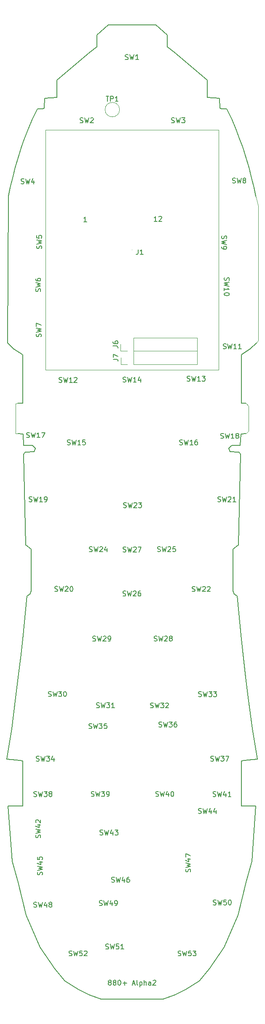
<source format=gbr>
%TF.GenerationSoftware,KiCad,Pcbnew,7.0.2*%
%TF.CreationDate,2024-05-06T14:06:20-04:00*%
%TF.ProjectId,800+,3830302b-2e6b-4696-9361-645f70636258,rev?*%
%TF.SameCoordinates,Original*%
%TF.FileFunction,Legend,Top*%
%TF.FilePolarity,Positive*%
%FSLAX46Y46*%
G04 Gerber Fmt 4.6, Leading zero omitted, Abs format (unit mm)*
G04 Created by KiCad (PCBNEW 7.0.2) date 2024-05-06 14:06:20*
%MOMM*%
%LPD*%
G01*
G04 APERTURE LIST*
%ADD10C,0.150000*%
%ADD11C,0.100000*%
%ADD12C,0.120000*%
%TA.AperFunction,Profile*%
%ADD13C,0.200000*%
%TD*%
%TA.AperFunction,Profile*%
%ADD14C,0.100000*%
%TD*%
G04 APERTURE END LIST*
D10*
X97060952Y-230156190D02*
X96965714Y-230108571D01*
X96965714Y-230108571D02*
X96918095Y-230060952D01*
X96918095Y-230060952D02*
X96870476Y-229965714D01*
X96870476Y-229965714D02*
X96870476Y-229918095D01*
X96870476Y-229918095D02*
X96918095Y-229822857D01*
X96918095Y-229822857D02*
X96965714Y-229775238D01*
X96965714Y-229775238D02*
X97060952Y-229727619D01*
X97060952Y-229727619D02*
X97251428Y-229727619D01*
X97251428Y-229727619D02*
X97346666Y-229775238D01*
X97346666Y-229775238D02*
X97394285Y-229822857D01*
X97394285Y-229822857D02*
X97441904Y-229918095D01*
X97441904Y-229918095D02*
X97441904Y-229965714D01*
X97441904Y-229965714D02*
X97394285Y-230060952D01*
X97394285Y-230060952D02*
X97346666Y-230108571D01*
X97346666Y-230108571D02*
X97251428Y-230156190D01*
X97251428Y-230156190D02*
X97060952Y-230156190D01*
X97060952Y-230156190D02*
X96965714Y-230203809D01*
X96965714Y-230203809D02*
X96918095Y-230251428D01*
X96918095Y-230251428D02*
X96870476Y-230346666D01*
X96870476Y-230346666D02*
X96870476Y-230537142D01*
X96870476Y-230537142D02*
X96918095Y-230632380D01*
X96918095Y-230632380D02*
X96965714Y-230680000D01*
X96965714Y-230680000D02*
X97060952Y-230727619D01*
X97060952Y-230727619D02*
X97251428Y-230727619D01*
X97251428Y-230727619D02*
X97346666Y-230680000D01*
X97346666Y-230680000D02*
X97394285Y-230632380D01*
X97394285Y-230632380D02*
X97441904Y-230537142D01*
X97441904Y-230537142D02*
X97441904Y-230346666D01*
X97441904Y-230346666D02*
X97394285Y-230251428D01*
X97394285Y-230251428D02*
X97346666Y-230203809D01*
X97346666Y-230203809D02*
X97251428Y-230156190D01*
X98013333Y-230156190D02*
X97918095Y-230108571D01*
X97918095Y-230108571D02*
X97870476Y-230060952D01*
X97870476Y-230060952D02*
X97822857Y-229965714D01*
X97822857Y-229965714D02*
X97822857Y-229918095D01*
X97822857Y-229918095D02*
X97870476Y-229822857D01*
X97870476Y-229822857D02*
X97918095Y-229775238D01*
X97918095Y-229775238D02*
X98013333Y-229727619D01*
X98013333Y-229727619D02*
X98203809Y-229727619D01*
X98203809Y-229727619D02*
X98299047Y-229775238D01*
X98299047Y-229775238D02*
X98346666Y-229822857D01*
X98346666Y-229822857D02*
X98394285Y-229918095D01*
X98394285Y-229918095D02*
X98394285Y-229965714D01*
X98394285Y-229965714D02*
X98346666Y-230060952D01*
X98346666Y-230060952D02*
X98299047Y-230108571D01*
X98299047Y-230108571D02*
X98203809Y-230156190D01*
X98203809Y-230156190D02*
X98013333Y-230156190D01*
X98013333Y-230156190D02*
X97918095Y-230203809D01*
X97918095Y-230203809D02*
X97870476Y-230251428D01*
X97870476Y-230251428D02*
X97822857Y-230346666D01*
X97822857Y-230346666D02*
X97822857Y-230537142D01*
X97822857Y-230537142D02*
X97870476Y-230632380D01*
X97870476Y-230632380D02*
X97918095Y-230680000D01*
X97918095Y-230680000D02*
X98013333Y-230727619D01*
X98013333Y-230727619D02*
X98203809Y-230727619D01*
X98203809Y-230727619D02*
X98299047Y-230680000D01*
X98299047Y-230680000D02*
X98346666Y-230632380D01*
X98346666Y-230632380D02*
X98394285Y-230537142D01*
X98394285Y-230537142D02*
X98394285Y-230346666D01*
X98394285Y-230346666D02*
X98346666Y-230251428D01*
X98346666Y-230251428D02*
X98299047Y-230203809D01*
X98299047Y-230203809D02*
X98203809Y-230156190D01*
X99013333Y-229727619D02*
X99108571Y-229727619D01*
X99108571Y-229727619D02*
X99203809Y-229775238D01*
X99203809Y-229775238D02*
X99251428Y-229822857D01*
X99251428Y-229822857D02*
X99299047Y-229918095D01*
X99299047Y-229918095D02*
X99346666Y-230108571D01*
X99346666Y-230108571D02*
X99346666Y-230346666D01*
X99346666Y-230346666D02*
X99299047Y-230537142D01*
X99299047Y-230537142D02*
X99251428Y-230632380D01*
X99251428Y-230632380D02*
X99203809Y-230680000D01*
X99203809Y-230680000D02*
X99108571Y-230727619D01*
X99108571Y-230727619D02*
X99013333Y-230727619D01*
X99013333Y-230727619D02*
X98918095Y-230680000D01*
X98918095Y-230680000D02*
X98870476Y-230632380D01*
X98870476Y-230632380D02*
X98822857Y-230537142D01*
X98822857Y-230537142D02*
X98775238Y-230346666D01*
X98775238Y-230346666D02*
X98775238Y-230108571D01*
X98775238Y-230108571D02*
X98822857Y-229918095D01*
X98822857Y-229918095D02*
X98870476Y-229822857D01*
X98870476Y-229822857D02*
X98918095Y-229775238D01*
X98918095Y-229775238D02*
X99013333Y-229727619D01*
X99775238Y-230346666D02*
X100537143Y-230346666D01*
X100156190Y-230727619D02*
X100156190Y-229965714D01*
X101727619Y-230441904D02*
X102203809Y-230441904D01*
X101632381Y-230727619D02*
X101965714Y-229727619D01*
X101965714Y-229727619D02*
X102299047Y-230727619D01*
X102775238Y-230727619D02*
X102680000Y-230680000D01*
X102680000Y-230680000D02*
X102632381Y-230584761D01*
X102632381Y-230584761D02*
X102632381Y-229727619D01*
X103156191Y-230060952D02*
X103156191Y-231060952D01*
X103156191Y-230108571D02*
X103251429Y-230060952D01*
X103251429Y-230060952D02*
X103441905Y-230060952D01*
X103441905Y-230060952D02*
X103537143Y-230108571D01*
X103537143Y-230108571D02*
X103584762Y-230156190D01*
X103584762Y-230156190D02*
X103632381Y-230251428D01*
X103632381Y-230251428D02*
X103632381Y-230537142D01*
X103632381Y-230537142D02*
X103584762Y-230632380D01*
X103584762Y-230632380D02*
X103537143Y-230680000D01*
X103537143Y-230680000D02*
X103441905Y-230727619D01*
X103441905Y-230727619D02*
X103251429Y-230727619D01*
X103251429Y-230727619D02*
X103156191Y-230680000D01*
X104060953Y-230727619D02*
X104060953Y-229727619D01*
X104489524Y-230727619D02*
X104489524Y-230203809D01*
X104489524Y-230203809D02*
X104441905Y-230108571D01*
X104441905Y-230108571D02*
X104346667Y-230060952D01*
X104346667Y-230060952D02*
X104203810Y-230060952D01*
X104203810Y-230060952D02*
X104108572Y-230108571D01*
X104108572Y-230108571D02*
X104060953Y-230156190D01*
X105394286Y-230727619D02*
X105394286Y-230203809D01*
X105394286Y-230203809D02*
X105346667Y-230108571D01*
X105346667Y-230108571D02*
X105251429Y-230060952D01*
X105251429Y-230060952D02*
X105060953Y-230060952D01*
X105060953Y-230060952D02*
X104965715Y-230108571D01*
X105394286Y-230680000D02*
X105299048Y-230727619D01*
X105299048Y-230727619D02*
X105060953Y-230727619D01*
X105060953Y-230727619D02*
X104965715Y-230680000D01*
X104965715Y-230680000D02*
X104918096Y-230584761D01*
X104918096Y-230584761D02*
X104918096Y-230489523D01*
X104918096Y-230489523D02*
X104965715Y-230394285D01*
X104965715Y-230394285D02*
X105060953Y-230346666D01*
X105060953Y-230346666D02*
X105299048Y-230346666D01*
X105299048Y-230346666D02*
X105394286Y-230299047D01*
X105822858Y-229822857D02*
X105870477Y-229775238D01*
X105870477Y-229775238D02*
X105965715Y-229727619D01*
X105965715Y-229727619D02*
X106203810Y-229727619D01*
X106203810Y-229727619D02*
X106299048Y-229775238D01*
X106299048Y-229775238D02*
X106346667Y-229822857D01*
X106346667Y-229822857D02*
X106394286Y-229918095D01*
X106394286Y-229918095D02*
X106394286Y-230013333D01*
X106394286Y-230013333D02*
X106346667Y-230156190D01*
X106346667Y-230156190D02*
X105775239Y-230727619D01*
X105775239Y-230727619D02*
X106394286Y-230727619D01*
%TO.C,J1*%
X102856666Y-83042619D02*
X102856666Y-83756904D01*
X102856666Y-83756904D02*
X102809047Y-83899761D01*
X102809047Y-83899761D02*
X102713809Y-83995000D01*
X102713809Y-83995000D02*
X102570952Y-84042619D01*
X102570952Y-84042619D02*
X102475714Y-84042619D01*
X103856666Y-84042619D02*
X103285238Y-84042619D01*
X103570952Y-84042619D02*
X103570952Y-83042619D01*
X103570952Y-83042619D02*
X103475714Y-83185476D01*
X103475714Y-83185476D02*
X103380476Y-83280714D01*
X103380476Y-83280714D02*
X103285238Y-83328333D01*
X92515714Y-77482619D02*
X91944286Y-77482619D01*
X92230000Y-77482619D02*
X92230000Y-76482619D01*
X92230000Y-76482619D02*
X92134762Y-76625476D01*
X92134762Y-76625476D02*
X92039524Y-76720714D01*
X92039524Y-76720714D02*
X91944286Y-76768333D01*
X106639523Y-77382619D02*
X106068095Y-77382619D01*
X106353809Y-77382619D02*
X106353809Y-76382619D01*
X106353809Y-76382619D02*
X106258571Y-76525476D01*
X106258571Y-76525476D02*
X106163333Y-76620714D01*
X106163333Y-76620714D02*
X106068095Y-76668333D01*
X107020476Y-76477857D02*
X107068095Y-76430238D01*
X107068095Y-76430238D02*
X107163333Y-76382619D01*
X107163333Y-76382619D02*
X107401428Y-76382619D01*
X107401428Y-76382619D02*
X107496666Y-76430238D01*
X107496666Y-76430238D02*
X107544285Y-76477857D01*
X107544285Y-76477857D02*
X107591904Y-76573095D01*
X107591904Y-76573095D02*
X107591904Y-76668333D01*
X107591904Y-76668333D02*
X107544285Y-76811190D01*
X107544285Y-76811190D02*
X106972857Y-77382619D01*
X106972857Y-77382619D02*
X107591904Y-77382619D01*
%TO.C,SW29*%
X93730476Y-161615000D02*
X93873333Y-161662619D01*
X93873333Y-161662619D02*
X94111428Y-161662619D01*
X94111428Y-161662619D02*
X94206666Y-161615000D01*
X94206666Y-161615000D02*
X94254285Y-161567380D01*
X94254285Y-161567380D02*
X94301904Y-161472142D01*
X94301904Y-161472142D02*
X94301904Y-161376904D01*
X94301904Y-161376904D02*
X94254285Y-161281666D01*
X94254285Y-161281666D02*
X94206666Y-161234047D01*
X94206666Y-161234047D02*
X94111428Y-161186428D01*
X94111428Y-161186428D02*
X93920952Y-161138809D01*
X93920952Y-161138809D02*
X93825714Y-161091190D01*
X93825714Y-161091190D02*
X93778095Y-161043571D01*
X93778095Y-161043571D02*
X93730476Y-160948333D01*
X93730476Y-160948333D02*
X93730476Y-160853095D01*
X93730476Y-160853095D02*
X93778095Y-160757857D01*
X93778095Y-160757857D02*
X93825714Y-160710238D01*
X93825714Y-160710238D02*
X93920952Y-160662619D01*
X93920952Y-160662619D02*
X94159047Y-160662619D01*
X94159047Y-160662619D02*
X94301904Y-160710238D01*
X94635238Y-160662619D02*
X94873333Y-161662619D01*
X94873333Y-161662619D02*
X95063809Y-160948333D01*
X95063809Y-160948333D02*
X95254285Y-161662619D01*
X95254285Y-161662619D02*
X95492381Y-160662619D01*
X95825714Y-160757857D02*
X95873333Y-160710238D01*
X95873333Y-160710238D02*
X95968571Y-160662619D01*
X95968571Y-160662619D02*
X96206666Y-160662619D01*
X96206666Y-160662619D02*
X96301904Y-160710238D01*
X96301904Y-160710238D02*
X96349523Y-160757857D01*
X96349523Y-160757857D02*
X96397142Y-160853095D01*
X96397142Y-160853095D02*
X96397142Y-160948333D01*
X96397142Y-160948333D02*
X96349523Y-161091190D01*
X96349523Y-161091190D02*
X95778095Y-161662619D01*
X95778095Y-161662619D02*
X96397142Y-161662619D01*
X96873333Y-161662619D02*
X97063809Y-161662619D01*
X97063809Y-161662619D02*
X97159047Y-161615000D01*
X97159047Y-161615000D02*
X97206666Y-161567380D01*
X97206666Y-161567380D02*
X97301904Y-161424523D01*
X97301904Y-161424523D02*
X97349523Y-161234047D01*
X97349523Y-161234047D02*
X97349523Y-160853095D01*
X97349523Y-160853095D02*
X97301904Y-160757857D01*
X97301904Y-160757857D02*
X97254285Y-160710238D01*
X97254285Y-160710238D02*
X97159047Y-160662619D01*
X97159047Y-160662619D02*
X96968571Y-160662619D01*
X96968571Y-160662619D02*
X96873333Y-160710238D01*
X96873333Y-160710238D02*
X96825714Y-160757857D01*
X96825714Y-160757857D02*
X96778095Y-160853095D01*
X96778095Y-160853095D02*
X96778095Y-161091190D01*
X96778095Y-161091190D02*
X96825714Y-161186428D01*
X96825714Y-161186428D02*
X96873333Y-161234047D01*
X96873333Y-161234047D02*
X96968571Y-161281666D01*
X96968571Y-161281666D02*
X97159047Y-161281666D01*
X97159047Y-161281666D02*
X97254285Y-161234047D01*
X97254285Y-161234047D02*
X97301904Y-161186428D01*
X97301904Y-161186428D02*
X97349523Y-161091190D01*
%TO.C,SW1*%
X100266667Y-44865000D02*
X100409524Y-44912619D01*
X100409524Y-44912619D02*
X100647619Y-44912619D01*
X100647619Y-44912619D02*
X100742857Y-44865000D01*
X100742857Y-44865000D02*
X100790476Y-44817380D01*
X100790476Y-44817380D02*
X100838095Y-44722142D01*
X100838095Y-44722142D02*
X100838095Y-44626904D01*
X100838095Y-44626904D02*
X100790476Y-44531666D01*
X100790476Y-44531666D02*
X100742857Y-44484047D01*
X100742857Y-44484047D02*
X100647619Y-44436428D01*
X100647619Y-44436428D02*
X100457143Y-44388809D01*
X100457143Y-44388809D02*
X100361905Y-44341190D01*
X100361905Y-44341190D02*
X100314286Y-44293571D01*
X100314286Y-44293571D02*
X100266667Y-44198333D01*
X100266667Y-44198333D02*
X100266667Y-44103095D01*
X100266667Y-44103095D02*
X100314286Y-44007857D01*
X100314286Y-44007857D02*
X100361905Y-43960238D01*
X100361905Y-43960238D02*
X100457143Y-43912619D01*
X100457143Y-43912619D02*
X100695238Y-43912619D01*
X100695238Y-43912619D02*
X100838095Y-43960238D01*
X101171429Y-43912619D02*
X101409524Y-44912619D01*
X101409524Y-44912619D02*
X101600000Y-44198333D01*
X101600000Y-44198333D02*
X101790476Y-44912619D01*
X101790476Y-44912619D02*
X102028572Y-43912619D01*
X102933333Y-44912619D02*
X102361905Y-44912619D01*
X102647619Y-44912619D02*
X102647619Y-43912619D01*
X102647619Y-43912619D02*
X102552381Y-44055476D01*
X102552381Y-44055476D02*
X102457143Y-44150714D01*
X102457143Y-44150714D02*
X102361905Y-44198333D01*
%TO.C,SW7*%
X83325000Y-100553332D02*
X83372619Y-100410475D01*
X83372619Y-100410475D02*
X83372619Y-100172380D01*
X83372619Y-100172380D02*
X83325000Y-100077142D01*
X83325000Y-100077142D02*
X83277380Y-100029523D01*
X83277380Y-100029523D02*
X83182142Y-99981904D01*
X83182142Y-99981904D02*
X83086904Y-99981904D01*
X83086904Y-99981904D02*
X82991666Y-100029523D01*
X82991666Y-100029523D02*
X82944047Y-100077142D01*
X82944047Y-100077142D02*
X82896428Y-100172380D01*
X82896428Y-100172380D02*
X82848809Y-100362856D01*
X82848809Y-100362856D02*
X82801190Y-100458094D01*
X82801190Y-100458094D02*
X82753571Y-100505713D01*
X82753571Y-100505713D02*
X82658333Y-100553332D01*
X82658333Y-100553332D02*
X82563095Y-100553332D01*
X82563095Y-100553332D02*
X82467857Y-100505713D01*
X82467857Y-100505713D02*
X82420238Y-100458094D01*
X82420238Y-100458094D02*
X82372619Y-100362856D01*
X82372619Y-100362856D02*
X82372619Y-100124761D01*
X82372619Y-100124761D02*
X82420238Y-99981904D01*
X82372619Y-99648570D02*
X83372619Y-99410475D01*
X83372619Y-99410475D02*
X82658333Y-99219999D01*
X82658333Y-99219999D02*
X83372619Y-99029523D01*
X83372619Y-99029523D02*
X82372619Y-98791428D01*
X82372619Y-98505713D02*
X82372619Y-97839047D01*
X82372619Y-97839047D02*
X83372619Y-98267618D01*
%TO.C,SW26*%
X99780476Y-152565000D02*
X99923333Y-152612619D01*
X99923333Y-152612619D02*
X100161428Y-152612619D01*
X100161428Y-152612619D02*
X100256666Y-152565000D01*
X100256666Y-152565000D02*
X100304285Y-152517380D01*
X100304285Y-152517380D02*
X100351904Y-152422142D01*
X100351904Y-152422142D02*
X100351904Y-152326904D01*
X100351904Y-152326904D02*
X100304285Y-152231666D01*
X100304285Y-152231666D02*
X100256666Y-152184047D01*
X100256666Y-152184047D02*
X100161428Y-152136428D01*
X100161428Y-152136428D02*
X99970952Y-152088809D01*
X99970952Y-152088809D02*
X99875714Y-152041190D01*
X99875714Y-152041190D02*
X99828095Y-151993571D01*
X99828095Y-151993571D02*
X99780476Y-151898333D01*
X99780476Y-151898333D02*
X99780476Y-151803095D01*
X99780476Y-151803095D02*
X99828095Y-151707857D01*
X99828095Y-151707857D02*
X99875714Y-151660238D01*
X99875714Y-151660238D02*
X99970952Y-151612619D01*
X99970952Y-151612619D02*
X100209047Y-151612619D01*
X100209047Y-151612619D02*
X100351904Y-151660238D01*
X100685238Y-151612619D02*
X100923333Y-152612619D01*
X100923333Y-152612619D02*
X101113809Y-151898333D01*
X101113809Y-151898333D02*
X101304285Y-152612619D01*
X101304285Y-152612619D02*
X101542381Y-151612619D01*
X101875714Y-151707857D02*
X101923333Y-151660238D01*
X101923333Y-151660238D02*
X102018571Y-151612619D01*
X102018571Y-151612619D02*
X102256666Y-151612619D01*
X102256666Y-151612619D02*
X102351904Y-151660238D01*
X102351904Y-151660238D02*
X102399523Y-151707857D01*
X102399523Y-151707857D02*
X102447142Y-151803095D01*
X102447142Y-151803095D02*
X102447142Y-151898333D01*
X102447142Y-151898333D02*
X102399523Y-152041190D01*
X102399523Y-152041190D02*
X101828095Y-152612619D01*
X101828095Y-152612619D02*
X102447142Y-152612619D01*
X103304285Y-151612619D02*
X103113809Y-151612619D01*
X103113809Y-151612619D02*
X103018571Y-151660238D01*
X103018571Y-151660238D02*
X102970952Y-151707857D01*
X102970952Y-151707857D02*
X102875714Y-151850714D01*
X102875714Y-151850714D02*
X102828095Y-152041190D01*
X102828095Y-152041190D02*
X102828095Y-152422142D01*
X102828095Y-152422142D02*
X102875714Y-152517380D01*
X102875714Y-152517380D02*
X102923333Y-152565000D01*
X102923333Y-152565000D02*
X103018571Y-152612619D01*
X103018571Y-152612619D02*
X103209047Y-152612619D01*
X103209047Y-152612619D02*
X103304285Y-152565000D01*
X103304285Y-152565000D02*
X103351904Y-152517380D01*
X103351904Y-152517380D02*
X103399523Y-152422142D01*
X103399523Y-152422142D02*
X103399523Y-152184047D01*
X103399523Y-152184047D02*
X103351904Y-152088809D01*
X103351904Y-152088809D02*
X103304285Y-152041190D01*
X103304285Y-152041190D02*
X103209047Y-151993571D01*
X103209047Y-151993571D02*
X103018571Y-151993571D01*
X103018571Y-151993571D02*
X102923333Y-152041190D01*
X102923333Y-152041190D02*
X102875714Y-152088809D01*
X102875714Y-152088809D02*
X102828095Y-152184047D01*
%TO.C,SW17*%
X80440476Y-120755000D02*
X80583333Y-120802619D01*
X80583333Y-120802619D02*
X80821428Y-120802619D01*
X80821428Y-120802619D02*
X80916666Y-120755000D01*
X80916666Y-120755000D02*
X80964285Y-120707380D01*
X80964285Y-120707380D02*
X81011904Y-120612142D01*
X81011904Y-120612142D02*
X81011904Y-120516904D01*
X81011904Y-120516904D02*
X80964285Y-120421666D01*
X80964285Y-120421666D02*
X80916666Y-120374047D01*
X80916666Y-120374047D02*
X80821428Y-120326428D01*
X80821428Y-120326428D02*
X80630952Y-120278809D01*
X80630952Y-120278809D02*
X80535714Y-120231190D01*
X80535714Y-120231190D02*
X80488095Y-120183571D01*
X80488095Y-120183571D02*
X80440476Y-120088333D01*
X80440476Y-120088333D02*
X80440476Y-119993095D01*
X80440476Y-119993095D02*
X80488095Y-119897857D01*
X80488095Y-119897857D02*
X80535714Y-119850238D01*
X80535714Y-119850238D02*
X80630952Y-119802619D01*
X80630952Y-119802619D02*
X80869047Y-119802619D01*
X80869047Y-119802619D02*
X81011904Y-119850238D01*
X81345238Y-119802619D02*
X81583333Y-120802619D01*
X81583333Y-120802619D02*
X81773809Y-120088333D01*
X81773809Y-120088333D02*
X81964285Y-120802619D01*
X81964285Y-120802619D02*
X82202381Y-119802619D01*
X83107142Y-120802619D02*
X82535714Y-120802619D01*
X82821428Y-120802619D02*
X82821428Y-119802619D01*
X82821428Y-119802619D02*
X82726190Y-119945476D01*
X82726190Y-119945476D02*
X82630952Y-120040714D01*
X82630952Y-120040714D02*
X82535714Y-120088333D01*
X83440476Y-119802619D02*
X84107142Y-119802619D01*
X84107142Y-119802619D02*
X83678571Y-120802619D01*
%TO.C,SW14*%
X99800476Y-109605000D02*
X99943333Y-109652619D01*
X99943333Y-109652619D02*
X100181428Y-109652619D01*
X100181428Y-109652619D02*
X100276666Y-109605000D01*
X100276666Y-109605000D02*
X100324285Y-109557380D01*
X100324285Y-109557380D02*
X100371904Y-109462142D01*
X100371904Y-109462142D02*
X100371904Y-109366904D01*
X100371904Y-109366904D02*
X100324285Y-109271666D01*
X100324285Y-109271666D02*
X100276666Y-109224047D01*
X100276666Y-109224047D02*
X100181428Y-109176428D01*
X100181428Y-109176428D02*
X99990952Y-109128809D01*
X99990952Y-109128809D02*
X99895714Y-109081190D01*
X99895714Y-109081190D02*
X99848095Y-109033571D01*
X99848095Y-109033571D02*
X99800476Y-108938333D01*
X99800476Y-108938333D02*
X99800476Y-108843095D01*
X99800476Y-108843095D02*
X99848095Y-108747857D01*
X99848095Y-108747857D02*
X99895714Y-108700238D01*
X99895714Y-108700238D02*
X99990952Y-108652619D01*
X99990952Y-108652619D02*
X100229047Y-108652619D01*
X100229047Y-108652619D02*
X100371904Y-108700238D01*
X100705238Y-108652619D02*
X100943333Y-109652619D01*
X100943333Y-109652619D02*
X101133809Y-108938333D01*
X101133809Y-108938333D02*
X101324285Y-109652619D01*
X101324285Y-109652619D02*
X101562381Y-108652619D01*
X102467142Y-109652619D02*
X101895714Y-109652619D01*
X102181428Y-109652619D02*
X102181428Y-108652619D01*
X102181428Y-108652619D02*
X102086190Y-108795476D01*
X102086190Y-108795476D02*
X101990952Y-108890714D01*
X101990952Y-108890714D02*
X101895714Y-108938333D01*
X103324285Y-108985952D02*
X103324285Y-109652619D01*
X103086190Y-108605000D02*
X102848095Y-109319285D01*
X102848095Y-109319285D02*
X103467142Y-109319285D01*
%TO.C,SW50*%
X117940476Y-214575000D02*
X118083333Y-214622619D01*
X118083333Y-214622619D02*
X118321428Y-214622619D01*
X118321428Y-214622619D02*
X118416666Y-214575000D01*
X118416666Y-214575000D02*
X118464285Y-214527380D01*
X118464285Y-214527380D02*
X118511904Y-214432142D01*
X118511904Y-214432142D02*
X118511904Y-214336904D01*
X118511904Y-214336904D02*
X118464285Y-214241666D01*
X118464285Y-214241666D02*
X118416666Y-214194047D01*
X118416666Y-214194047D02*
X118321428Y-214146428D01*
X118321428Y-214146428D02*
X118130952Y-214098809D01*
X118130952Y-214098809D02*
X118035714Y-214051190D01*
X118035714Y-214051190D02*
X117988095Y-214003571D01*
X117988095Y-214003571D02*
X117940476Y-213908333D01*
X117940476Y-213908333D02*
X117940476Y-213813095D01*
X117940476Y-213813095D02*
X117988095Y-213717857D01*
X117988095Y-213717857D02*
X118035714Y-213670238D01*
X118035714Y-213670238D02*
X118130952Y-213622619D01*
X118130952Y-213622619D02*
X118369047Y-213622619D01*
X118369047Y-213622619D02*
X118511904Y-213670238D01*
X118845238Y-213622619D02*
X119083333Y-214622619D01*
X119083333Y-214622619D02*
X119273809Y-213908333D01*
X119273809Y-213908333D02*
X119464285Y-214622619D01*
X119464285Y-214622619D02*
X119702381Y-213622619D01*
X120559523Y-213622619D02*
X120083333Y-213622619D01*
X120083333Y-213622619D02*
X120035714Y-214098809D01*
X120035714Y-214098809D02*
X120083333Y-214051190D01*
X120083333Y-214051190D02*
X120178571Y-214003571D01*
X120178571Y-214003571D02*
X120416666Y-214003571D01*
X120416666Y-214003571D02*
X120511904Y-214051190D01*
X120511904Y-214051190D02*
X120559523Y-214098809D01*
X120559523Y-214098809D02*
X120607142Y-214194047D01*
X120607142Y-214194047D02*
X120607142Y-214432142D01*
X120607142Y-214432142D02*
X120559523Y-214527380D01*
X120559523Y-214527380D02*
X120511904Y-214575000D01*
X120511904Y-214575000D02*
X120416666Y-214622619D01*
X120416666Y-214622619D02*
X120178571Y-214622619D01*
X120178571Y-214622619D02*
X120083333Y-214575000D01*
X120083333Y-214575000D02*
X120035714Y-214527380D01*
X121226190Y-213622619D02*
X121321428Y-213622619D01*
X121321428Y-213622619D02*
X121416666Y-213670238D01*
X121416666Y-213670238D02*
X121464285Y-213717857D01*
X121464285Y-213717857D02*
X121511904Y-213813095D01*
X121511904Y-213813095D02*
X121559523Y-214003571D01*
X121559523Y-214003571D02*
X121559523Y-214241666D01*
X121559523Y-214241666D02*
X121511904Y-214432142D01*
X121511904Y-214432142D02*
X121464285Y-214527380D01*
X121464285Y-214527380D02*
X121416666Y-214575000D01*
X121416666Y-214575000D02*
X121321428Y-214622619D01*
X121321428Y-214622619D02*
X121226190Y-214622619D01*
X121226190Y-214622619D02*
X121130952Y-214575000D01*
X121130952Y-214575000D02*
X121083333Y-214527380D01*
X121083333Y-214527380D02*
X121035714Y-214432142D01*
X121035714Y-214432142D02*
X120988095Y-214241666D01*
X120988095Y-214241666D02*
X120988095Y-214003571D01*
X120988095Y-214003571D02*
X121035714Y-213813095D01*
X121035714Y-213813095D02*
X121083333Y-213717857D01*
X121083333Y-213717857D02*
X121130952Y-213670238D01*
X121130952Y-213670238D02*
X121226190Y-213622619D01*
%TO.C,SW52*%
X88965476Y-224805000D02*
X89108333Y-224852619D01*
X89108333Y-224852619D02*
X89346428Y-224852619D01*
X89346428Y-224852619D02*
X89441666Y-224805000D01*
X89441666Y-224805000D02*
X89489285Y-224757380D01*
X89489285Y-224757380D02*
X89536904Y-224662142D01*
X89536904Y-224662142D02*
X89536904Y-224566904D01*
X89536904Y-224566904D02*
X89489285Y-224471666D01*
X89489285Y-224471666D02*
X89441666Y-224424047D01*
X89441666Y-224424047D02*
X89346428Y-224376428D01*
X89346428Y-224376428D02*
X89155952Y-224328809D01*
X89155952Y-224328809D02*
X89060714Y-224281190D01*
X89060714Y-224281190D02*
X89013095Y-224233571D01*
X89013095Y-224233571D02*
X88965476Y-224138333D01*
X88965476Y-224138333D02*
X88965476Y-224043095D01*
X88965476Y-224043095D02*
X89013095Y-223947857D01*
X89013095Y-223947857D02*
X89060714Y-223900238D01*
X89060714Y-223900238D02*
X89155952Y-223852619D01*
X89155952Y-223852619D02*
X89394047Y-223852619D01*
X89394047Y-223852619D02*
X89536904Y-223900238D01*
X89870238Y-223852619D02*
X90108333Y-224852619D01*
X90108333Y-224852619D02*
X90298809Y-224138333D01*
X90298809Y-224138333D02*
X90489285Y-224852619D01*
X90489285Y-224852619D02*
X90727381Y-223852619D01*
X91584523Y-223852619D02*
X91108333Y-223852619D01*
X91108333Y-223852619D02*
X91060714Y-224328809D01*
X91060714Y-224328809D02*
X91108333Y-224281190D01*
X91108333Y-224281190D02*
X91203571Y-224233571D01*
X91203571Y-224233571D02*
X91441666Y-224233571D01*
X91441666Y-224233571D02*
X91536904Y-224281190D01*
X91536904Y-224281190D02*
X91584523Y-224328809D01*
X91584523Y-224328809D02*
X91632142Y-224424047D01*
X91632142Y-224424047D02*
X91632142Y-224662142D01*
X91632142Y-224662142D02*
X91584523Y-224757380D01*
X91584523Y-224757380D02*
X91536904Y-224805000D01*
X91536904Y-224805000D02*
X91441666Y-224852619D01*
X91441666Y-224852619D02*
X91203571Y-224852619D01*
X91203571Y-224852619D02*
X91108333Y-224805000D01*
X91108333Y-224805000D02*
X91060714Y-224757380D01*
X92013095Y-223947857D02*
X92060714Y-223900238D01*
X92060714Y-223900238D02*
X92155952Y-223852619D01*
X92155952Y-223852619D02*
X92394047Y-223852619D01*
X92394047Y-223852619D02*
X92489285Y-223900238D01*
X92489285Y-223900238D02*
X92536904Y-223947857D01*
X92536904Y-223947857D02*
X92584523Y-224043095D01*
X92584523Y-224043095D02*
X92584523Y-224138333D01*
X92584523Y-224138333D02*
X92536904Y-224281190D01*
X92536904Y-224281190D02*
X91965476Y-224852619D01*
X91965476Y-224852619D02*
X92584523Y-224852619D01*
%TO.C,SW6*%
X83195000Y-91483332D02*
X83242619Y-91340475D01*
X83242619Y-91340475D02*
X83242619Y-91102380D01*
X83242619Y-91102380D02*
X83195000Y-91007142D01*
X83195000Y-91007142D02*
X83147380Y-90959523D01*
X83147380Y-90959523D02*
X83052142Y-90911904D01*
X83052142Y-90911904D02*
X82956904Y-90911904D01*
X82956904Y-90911904D02*
X82861666Y-90959523D01*
X82861666Y-90959523D02*
X82814047Y-91007142D01*
X82814047Y-91007142D02*
X82766428Y-91102380D01*
X82766428Y-91102380D02*
X82718809Y-91292856D01*
X82718809Y-91292856D02*
X82671190Y-91388094D01*
X82671190Y-91388094D02*
X82623571Y-91435713D01*
X82623571Y-91435713D02*
X82528333Y-91483332D01*
X82528333Y-91483332D02*
X82433095Y-91483332D01*
X82433095Y-91483332D02*
X82337857Y-91435713D01*
X82337857Y-91435713D02*
X82290238Y-91388094D01*
X82290238Y-91388094D02*
X82242619Y-91292856D01*
X82242619Y-91292856D02*
X82242619Y-91054761D01*
X82242619Y-91054761D02*
X82290238Y-90911904D01*
X82242619Y-90578570D02*
X83242619Y-90340475D01*
X83242619Y-90340475D02*
X82528333Y-90149999D01*
X82528333Y-90149999D02*
X83242619Y-89959523D01*
X83242619Y-89959523D02*
X82242619Y-89721428D01*
X82242619Y-88911904D02*
X82242619Y-89102380D01*
X82242619Y-89102380D02*
X82290238Y-89197618D01*
X82290238Y-89197618D02*
X82337857Y-89245237D01*
X82337857Y-89245237D02*
X82480714Y-89340475D01*
X82480714Y-89340475D02*
X82671190Y-89388094D01*
X82671190Y-89388094D02*
X83052142Y-89388094D01*
X83052142Y-89388094D02*
X83147380Y-89340475D01*
X83147380Y-89340475D02*
X83195000Y-89292856D01*
X83195000Y-89292856D02*
X83242619Y-89197618D01*
X83242619Y-89197618D02*
X83242619Y-89007142D01*
X83242619Y-89007142D02*
X83195000Y-88911904D01*
X83195000Y-88911904D02*
X83147380Y-88864285D01*
X83147380Y-88864285D02*
X83052142Y-88816666D01*
X83052142Y-88816666D02*
X82814047Y-88816666D01*
X82814047Y-88816666D02*
X82718809Y-88864285D01*
X82718809Y-88864285D02*
X82671190Y-88911904D01*
X82671190Y-88911904D02*
X82623571Y-89007142D01*
X82623571Y-89007142D02*
X82623571Y-89197618D01*
X82623571Y-89197618D02*
X82671190Y-89292856D01*
X82671190Y-89292856D02*
X82718809Y-89340475D01*
X82718809Y-89340475D02*
X82814047Y-89388094D01*
%TO.C,SW34*%
X82390476Y-185715000D02*
X82533333Y-185762619D01*
X82533333Y-185762619D02*
X82771428Y-185762619D01*
X82771428Y-185762619D02*
X82866666Y-185715000D01*
X82866666Y-185715000D02*
X82914285Y-185667380D01*
X82914285Y-185667380D02*
X82961904Y-185572142D01*
X82961904Y-185572142D02*
X82961904Y-185476904D01*
X82961904Y-185476904D02*
X82914285Y-185381666D01*
X82914285Y-185381666D02*
X82866666Y-185334047D01*
X82866666Y-185334047D02*
X82771428Y-185286428D01*
X82771428Y-185286428D02*
X82580952Y-185238809D01*
X82580952Y-185238809D02*
X82485714Y-185191190D01*
X82485714Y-185191190D02*
X82438095Y-185143571D01*
X82438095Y-185143571D02*
X82390476Y-185048333D01*
X82390476Y-185048333D02*
X82390476Y-184953095D01*
X82390476Y-184953095D02*
X82438095Y-184857857D01*
X82438095Y-184857857D02*
X82485714Y-184810238D01*
X82485714Y-184810238D02*
X82580952Y-184762619D01*
X82580952Y-184762619D02*
X82819047Y-184762619D01*
X82819047Y-184762619D02*
X82961904Y-184810238D01*
X83295238Y-184762619D02*
X83533333Y-185762619D01*
X83533333Y-185762619D02*
X83723809Y-185048333D01*
X83723809Y-185048333D02*
X83914285Y-185762619D01*
X83914285Y-185762619D02*
X84152381Y-184762619D01*
X84438095Y-184762619D02*
X85057142Y-184762619D01*
X85057142Y-184762619D02*
X84723809Y-185143571D01*
X84723809Y-185143571D02*
X84866666Y-185143571D01*
X84866666Y-185143571D02*
X84961904Y-185191190D01*
X84961904Y-185191190D02*
X85009523Y-185238809D01*
X85009523Y-185238809D02*
X85057142Y-185334047D01*
X85057142Y-185334047D02*
X85057142Y-185572142D01*
X85057142Y-185572142D02*
X85009523Y-185667380D01*
X85009523Y-185667380D02*
X84961904Y-185715000D01*
X84961904Y-185715000D02*
X84866666Y-185762619D01*
X84866666Y-185762619D02*
X84580952Y-185762619D01*
X84580952Y-185762619D02*
X84485714Y-185715000D01*
X84485714Y-185715000D02*
X84438095Y-185667380D01*
X85914285Y-185095952D02*
X85914285Y-185762619D01*
X85676190Y-184715000D02*
X85438095Y-185429285D01*
X85438095Y-185429285D02*
X86057142Y-185429285D01*
%TO.C,SW27*%
X99820476Y-143705000D02*
X99963333Y-143752619D01*
X99963333Y-143752619D02*
X100201428Y-143752619D01*
X100201428Y-143752619D02*
X100296666Y-143705000D01*
X100296666Y-143705000D02*
X100344285Y-143657380D01*
X100344285Y-143657380D02*
X100391904Y-143562142D01*
X100391904Y-143562142D02*
X100391904Y-143466904D01*
X100391904Y-143466904D02*
X100344285Y-143371666D01*
X100344285Y-143371666D02*
X100296666Y-143324047D01*
X100296666Y-143324047D02*
X100201428Y-143276428D01*
X100201428Y-143276428D02*
X100010952Y-143228809D01*
X100010952Y-143228809D02*
X99915714Y-143181190D01*
X99915714Y-143181190D02*
X99868095Y-143133571D01*
X99868095Y-143133571D02*
X99820476Y-143038333D01*
X99820476Y-143038333D02*
X99820476Y-142943095D01*
X99820476Y-142943095D02*
X99868095Y-142847857D01*
X99868095Y-142847857D02*
X99915714Y-142800238D01*
X99915714Y-142800238D02*
X100010952Y-142752619D01*
X100010952Y-142752619D02*
X100249047Y-142752619D01*
X100249047Y-142752619D02*
X100391904Y-142800238D01*
X100725238Y-142752619D02*
X100963333Y-143752619D01*
X100963333Y-143752619D02*
X101153809Y-143038333D01*
X101153809Y-143038333D02*
X101344285Y-143752619D01*
X101344285Y-143752619D02*
X101582381Y-142752619D01*
X101915714Y-142847857D02*
X101963333Y-142800238D01*
X101963333Y-142800238D02*
X102058571Y-142752619D01*
X102058571Y-142752619D02*
X102296666Y-142752619D01*
X102296666Y-142752619D02*
X102391904Y-142800238D01*
X102391904Y-142800238D02*
X102439523Y-142847857D01*
X102439523Y-142847857D02*
X102487142Y-142943095D01*
X102487142Y-142943095D02*
X102487142Y-143038333D01*
X102487142Y-143038333D02*
X102439523Y-143181190D01*
X102439523Y-143181190D02*
X101868095Y-143752619D01*
X101868095Y-143752619D02*
X102487142Y-143752619D01*
X102820476Y-142752619D02*
X103487142Y-142752619D01*
X103487142Y-142752619D02*
X103058571Y-143752619D01*
%TO.C,SW30*%
X84810476Y-172735000D02*
X84953333Y-172782619D01*
X84953333Y-172782619D02*
X85191428Y-172782619D01*
X85191428Y-172782619D02*
X85286666Y-172735000D01*
X85286666Y-172735000D02*
X85334285Y-172687380D01*
X85334285Y-172687380D02*
X85381904Y-172592142D01*
X85381904Y-172592142D02*
X85381904Y-172496904D01*
X85381904Y-172496904D02*
X85334285Y-172401666D01*
X85334285Y-172401666D02*
X85286666Y-172354047D01*
X85286666Y-172354047D02*
X85191428Y-172306428D01*
X85191428Y-172306428D02*
X85000952Y-172258809D01*
X85000952Y-172258809D02*
X84905714Y-172211190D01*
X84905714Y-172211190D02*
X84858095Y-172163571D01*
X84858095Y-172163571D02*
X84810476Y-172068333D01*
X84810476Y-172068333D02*
X84810476Y-171973095D01*
X84810476Y-171973095D02*
X84858095Y-171877857D01*
X84858095Y-171877857D02*
X84905714Y-171830238D01*
X84905714Y-171830238D02*
X85000952Y-171782619D01*
X85000952Y-171782619D02*
X85239047Y-171782619D01*
X85239047Y-171782619D02*
X85381904Y-171830238D01*
X85715238Y-171782619D02*
X85953333Y-172782619D01*
X85953333Y-172782619D02*
X86143809Y-172068333D01*
X86143809Y-172068333D02*
X86334285Y-172782619D01*
X86334285Y-172782619D02*
X86572381Y-171782619D01*
X86858095Y-171782619D02*
X87477142Y-171782619D01*
X87477142Y-171782619D02*
X87143809Y-172163571D01*
X87143809Y-172163571D02*
X87286666Y-172163571D01*
X87286666Y-172163571D02*
X87381904Y-172211190D01*
X87381904Y-172211190D02*
X87429523Y-172258809D01*
X87429523Y-172258809D02*
X87477142Y-172354047D01*
X87477142Y-172354047D02*
X87477142Y-172592142D01*
X87477142Y-172592142D02*
X87429523Y-172687380D01*
X87429523Y-172687380D02*
X87381904Y-172735000D01*
X87381904Y-172735000D02*
X87286666Y-172782619D01*
X87286666Y-172782619D02*
X87000952Y-172782619D01*
X87000952Y-172782619D02*
X86905714Y-172735000D01*
X86905714Y-172735000D02*
X86858095Y-172687380D01*
X88096190Y-171782619D02*
X88191428Y-171782619D01*
X88191428Y-171782619D02*
X88286666Y-171830238D01*
X88286666Y-171830238D02*
X88334285Y-171877857D01*
X88334285Y-171877857D02*
X88381904Y-171973095D01*
X88381904Y-171973095D02*
X88429523Y-172163571D01*
X88429523Y-172163571D02*
X88429523Y-172401666D01*
X88429523Y-172401666D02*
X88381904Y-172592142D01*
X88381904Y-172592142D02*
X88334285Y-172687380D01*
X88334285Y-172687380D02*
X88286666Y-172735000D01*
X88286666Y-172735000D02*
X88191428Y-172782619D01*
X88191428Y-172782619D02*
X88096190Y-172782619D01*
X88096190Y-172782619D02*
X88000952Y-172735000D01*
X88000952Y-172735000D02*
X87953333Y-172687380D01*
X87953333Y-172687380D02*
X87905714Y-172592142D01*
X87905714Y-172592142D02*
X87858095Y-172401666D01*
X87858095Y-172401666D02*
X87858095Y-172163571D01*
X87858095Y-172163571D02*
X87905714Y-171973095D01*
X87905714Y-171973095D02*
X87953333Y-171877857D01*
X87953333Y-171877857D02*
X88000952Y-171830238D01*
X88000952Y-171830238D02*
X88096190Y-171782619D01*
%TO.C,SW13*%
X112690476Y-109415000D02*
X112833333Y-109462619D01*
X112833333Y-109462619D02*
X113071428Y-109462619D01*
X113071428Y-109462619D02*
X113166666Y-109415000D01*
X113166666Y-109415000D02*
X113214285Y-109367380D01*
X113214285Y-109367380D02*
X113261904Y-109272142D01*
X113261904Y-109272142D02*
X113261904Y-109176904D01*
X113261904Y-109176904D02*
X113214285Y-109081666D01*
X113214285Y-109081666D02*
X113166666Y-109034047D01*
X113166666Y-109034047D02*
X113071428Y-108986428D01*
X113071428Y-108986428D02*
X112880952Y-108938809D01*
X112880952Y-108938809D02*
X112785714Y-108891190D01*
X112785714Y-108891190D02*
X112738095Y-108843571D01*
X112738095Y-108843571D02*
X112690476Y-108748333D01*
X112690476Y-108748333D02*
X112690476Y-108653095D01*
X112690476Y-108653095D02*
X112738095Y-108557857D01*
X112738095Y-108557857D02*
X112785714Y-108510238D01*
X112785714Y-108510238D02*
X112880952Y-108462619D01*
X112880952Y-108462619D02*
X113119047Y-108462619D01*
X113119047Y-108462619D02*
X113261904Y-108510238D01*
X113595238Y-108462619D02*
X113833333Y-109462619D01*
X113833333Y-109462619D02*
X114023809Y-108748333D01*
X114023809Y-108748333D02*
X114214285Y-109462619D01*
X114214285Y-109462619D02*
X114452381Y-108462619D01*
X115357142Y-109462619D02*
X114785714Y-109462619D01*
X115071428Y-109462619D02*
X115071428Y-108462619D01*
X115071428Y-108462619D02*
X114976190Y-108605476D01*
X114976190Y-108605476D02*
X114880952Y-108700714D01*
X114880952Y-108700714D02*
X114785714Y-108748333D01*
X115690476Y-108462619D02*
X116309523Y-108462619D01*
X116309523Y-108462619D02*
X115976190Y-108843571D01*
X115976190Y-108843571D02*
X116119047Y-108843571D01*
X116119047Y-108843571D02*
X116214285Y-108891190D01*
X116214285Y-108891190D02*
X116261904Y-108938809D01*
X116261904Y-108938809D02*
X116309523Y-109034047D01*
X116309523Y-109034047D02*
X116309523Y-109272142D01*
X116309523Y-109272142D02*
X116261904Y-109367380D01*
X116261904Y-109367380D02*
X116214285Y-109415000D01*
X116214285Y-109415000D02*
X116119047Y-109462619D01*
X116119047Y-109462619D02*
X115833333Y-109462619D01*
X115833333Y-109462619D02*
X115738095Y-109415000D01*
X115738095Y-109415000D02*
X115690476Y-109367380D01*
%TO.C,SW46*%
X97510476Y-210005000D02*
X97653333Y-210052619D01*
X97653333Y-210052619D02*
X97891428Y-210052619D01*
X97891428Y-210052619D02*
X97986666Y-210005000D01*
X97986666Y-210005000D02*
X98034285Y-209957380D01*
X98034285Y-209957380D02*
X98081904Y-209862142D01*
X98081904Y-209862142D02*
X98081904Y-209766904D01*
X98081904Y-209766904D02*
X98034285Y-209671666D01*
X98034285Y-209671666D02*
X97986666Y-209624047D01*
X97986666Y-209624047D02*
X97891428Y-209576428D01*
X97891428Y-209576428D02*
X97700952Y-209528809D01*
X97700952Y-209528809D02*
X97605714Y-209481190D01*
X97605714Y-209481190D02*
X97558095Y-209433571D01*
X97558095Y-209433571D02*
X97510476Y-209338333D01*
X97510476Y-209338333D02*
X97510476Y-209243095D01*
X97510476Y-209243095D02*
X97558095Y-209147857D01*
X97558095Y-209147857D02*
X97605714Y-209100238D01*
X97605714Y-209100238D02*
X97700952Y-209052619D01*
X97700952Y-209052619D02*
X97939047Y-209052619D01*
X97939047Y-209052619D02*
X98081904Y-209100238D01*
X98415238Y-209052619D02*
X98653333Y-210052619D01*
X98653333Y-210052619D02*
X98843809Y-209338333D01*
X98843809Y-209338333D02*
X99034285Y-210052619D01*
X99034285Y-210052619D02*
X99272381Y-209052619D01*
X100081904Y-209385952D02*
X100081904Y-210052619D01*
X99843809Y-209005000D02*
X99605714Y-209719285D01*
X99605714Y-209719285D02*
X100224761Y-209719285D01*
X101034285Y-209052619D02*
X100843809Y-209052619D01*
X100843809Y-209052619D02*
X100748571Y-209100238D01*
X100748571Y-209100238D02*
X100700952Y-209147857D01*
X100700952Y-209147857D02*
X100605714Y-209290714D01*
X100605714Y-209290714D02*
X100558095Y-209481190D01*
X100558095Y-209481190D02*
X100558095Y-209862142D01*
X100558095Y-209862142D02*
X100605714Y-209957380D01*
X100605714Y-209957380D02*
X100653333Y-210005000D01*
X100653333Y-210005000D02*
X100748571Y-210052619D01*
X100748571Y-210052619D02*
X100939047Y-210052619D01*
X100939047Y-210052619D02*
X101034285Y-210005000D01*
X101034285Y-210005000D02*
X101081904Y-209957380D01*
X101081904Y-209957380D02*
X101129523Y-209862142D01*
X101129523Y-209862142D02*
X101129523Y-209624047D01*
X101129523Y-209624047D02*
X101081904Y-209528809D01*
X101081904Y-209528809D02*
X101034285Y-209481190D01*
X101034285Y-209481190D02*
X100939047Y-209433571D01*
X100939047Y-209433571D02*
X100748571Y-209433571D01*
X100748571Y-209433571D02*
X100653333Y-209481190D01*
X100653333Y-209481190D02*
X100605714Y-209528809D01*
X100605714Y-209528809D02*
X100558095Y-209624047D01*
%TO.C,SW15*%
X88620476Y-122215000D02*
X88763333Y-122262619D01*
X88763333Y-122262619D02*
X89001428Y-122262619D01*
X89001428Y-122262619D02*
X89096666Y-122215000D01*
X89096666Y-122215000D02*
X89144285Y-122167380D01*
X89144285Y-122167380D02*
X89191904Y-122072142D01*
X89191904Y-122072142D02*
X89191904Y-121976904D01*
X89191904Y-121976904D02*
X89144285Y-121881666D01*
X89144285Y-121881666D02*
X89096666Y-121834047D01*
X89096666Y-121834047D02*
X89001428Y-121786428D01*
X89001428Y-121786428D02*
X88810952Y-121738809D01*
X88810952Y-121738809D02*
X88715714Y-121691190D01*
X88715714Y-121691190D02*
X88668095Y-121643571D01*
X88668095Y-121643571D02*
X88620476Y-121548333D01*
X88620476Y-121548333D02*
X88620476Y-121453095D01*
X88620476Y-121453095D02*
X88668095Y-121357857D01*
X88668095Y-121357857D02*
X88715714Y-121310238D01*
X88715714Y-121310238D02*
X88810952Y-121262619D01*
X88810952Y-121262619D02*
X89049047Y-121262619D01*
X89049047Y-121262619D02*
X89191904Y-121310238D01*
X89525238Y-121262619D02*
X89763333Y-122262619D01*
X89763333Y-122262619D02*
X89953809Y-121548333D01*
X89953809Y-121548333D02*
X90144285Y-122262619D01*
X90144285Y-122262619D02*
X90382381Y-121262619D01*
X91287142Y-122262619D02*
X90715714Y-122262619D01*
X91001428Y-122262619D02*
X91001428Y-121262619D01*
X91001428Y-121262619D02*
X90906190Y-121405476D01*
X90906190Y-121405476D02*
X90810952Y-121500714D01*
X90810952Y-121500714D02*
X90715714Y-121548333D01*
X92191904Y-121262619D02*
X91715714Y-121262619D01*
X91715714Y-121262619D02*
X91668095Y-121738809D01*
X91668095Y-121738809D02*
X91715714Y-121691190D01*
X91715714Y-121691190D02*
X91810952Y-121643571D01*
X91810952Y-121643571D02*
X92049047Y-121643571D01*
X92049047Y-121643571D02*
X92144285Y-121691190D01*
X92144285Y-121691190D02*
X92191904Y-121738809D01*
X92191904Y-121738809D02*
X92239523Y-121834047D01*
X92239523Y-121834047D02*
X92239523Y-122072142D01*
X92239523Y-122072142D02*
X92191904Y-122167380D01*
X92191904Y-122167380D02*
X92144285Y-122215000D01*
X92144285Y-122215000D02*
X92049047Y-122262619D01*
X92049047Y-122262619D02*
X91810952Y-122262619D01*
X91810952Y-122262619D02*
X91715714Y-122215000D01*
X91715714Y-122215000D02*
X91668095Y-122167380D01*
%TO.C,SW44*%
X114960476Y-196195000D02*
X115103333Y-196242619D01*
X115103333Y-196242619D02*
X115341428Y-196242619D01*
X115341428Y-196242619D02*
X115436666Y-196195000D01*
X115436666Y-196195000D02*
X115484285Y-196147380D01*
X115484285Y-196147380D02*
X115531904Y-196052142D01*
X115531904Y-196052142D02*
X115531904Y-195956904D01*
X115531904Y-195956904D02*
X115484285Y-195861666D01*
X115484285Y-195861666D02*
X115436666Y-195814047D01*
X115436666Y-195814047D02*
X115341428Y-195766428D01*
X115341428Y-195766428D02*
X115150952Y-195718809D01*
X115150952Y-195718809D02*
X115055714Y-195671190D01*
X115055714Y-195671190D02*
X115008095Y-195623571D01*
X115008095Y-195623571D02*
X114960476Y-195528333D01*
X114960476Y-195528333D02*
X114960476Y-195433095D01*
X114960476Y-195433095D02*
X115008095Y-195337857D01*
X115008095Y-195337857D02*
X115055714Y-195290238D01*
X115055714Y-195290238D02*
X115150952Y-195242619D01*
X115150952Y-195242619D02*
X115389047Y-195242619D01*
X115389047Y-195242619D02*
X115531904Y-195290238D01*
X115865238Y-195242619D02*
X116103333Y-196242619D01*
X116103333Y-196242619D02*
X116293809Y-195528333D01*
X116293809Y-195528333D02*
X116484285Y-196242619D01*
X116484285Y-196242619D02*
X116722381Y-195242619D01*
X117531904Y-195575952D02*
X117531904Y-196242619D01*
X117293809Y-195195000D02*
X117055714Y-195909285D01*
X117055714Y-195909285D02*
X117674761Y-195909285D01*
X118484285Y-195575952D02*
X118484285Y-196242619D01*
X118246190Y-195195000D02*
X118008095Y-195909285D01*
X118008095Y-195909285D02*
X118627142Y-195909285D01*
%TO.C,SW24*%
X93050476Y-143675000D02*
X93193333Y-143722619D01*
X93193333Y-143722619D02*
X93431428Y-143722619D01*
X93431428Y-143722619D02*
X93526666Y-143675000D01*
X93526666Y-143675000D02*
X93574285Y-143627380D01*
X93574285Y-143627380D02*
X93621904Y-143532142D01*
X93621904Y-143532142D02*
X93621904Y-143436904D01*
X93621904Y-143436904D02*
X93574285Y-143341666D01*
X93574285Y-143341666D02*
X93526666Y-143294047D01*
X93526666Y-143294047D02*
X93431428Y-143246428D01*
X93431428Y-143246428D02*
X93240952Y-143198809D01*
X93240952Y-143198809D02*
X93145714Y-143151190D01*
X93145714Y-143151190D02*
X93098095Y-143103571D01*
X93098095Y-143103571D02*
X93050476Y-143008333D01*
X93050476Y-143008333D02*
X93050476Y-142913095D01*
X93050476Y-142913095D02*
X93098095Y-142817857D01*
X93098095Y-142817857D02*
X93145714Y-142770238D01*
X93145714Y-142770238D02*
X93240952Y-142722619D01*
X93240952Y-142722619D02*
X93479047Y-142722619D01*
X93479047Y-142722619D02*
X93621904Y-142770238D01*
X93955238Y-142722619D02*
X94193333Y-143722619D01*
X94193333Y-143722619D02*
X94383809Y-143008333D01*
X94383809Y-143008333D02*
X94574285Y-143722619D01*
X94574285Y-143722619D02*
X94812381Y-142722619D01*
X95145714Y-142817857D02*
X95193333Y-142770238D01*
X95193333Y-142770238D02*
X95288571Y-142722619D01*
X95288571Y-142722619D02*
X95526666Y-142722619D01*
X95526666Y-142722619D02*
X95621904Y-142770238D01*
X95621904Y-142770238D02*
X95669523Y-142817857D01*
X95669523Y-142817857D02*
X95717142Y-142913095D01*
X95717142Y-142913095D02*
X95717142Y-143008333D01*
X95717142Y-143008333D02*
X95669523Y-143151190D01*
X95669523Y-143151190D02*
X95098095Y-143722619D01*
X95098095Y-143722619D02*
X95717142Y-143722619D01*
X96574285Y-143055952D02*
X96574285Y-143722619D01*
X96336190Y-142675000D02*
X96098095Y-143389285D01*
X96098095Y-143389285D02*
X96717142Y-143389285D01*
%TO.C,SW35*%
X92950476Y-179165000D02*
X93093333Y-179212619D01*
X93093333Y-179212619D02*
X93331428Y-179212619D01*
X93331428Y-179212619D02*
X93426666Y-179165000D01*
X93426666Y-179165000D02*
X93474285Y-179117380D01*
X93474285Y-179117380D02*
X93521904Y-179022142D01*
X93521904Y-179022142D02*
X93521904Y-178926904D01*
X93521904Y-178926904D02*
X93474285Y-178831666D01*
X93474285Y-178831666D02*
X93426666Y-178784047D01*
X93426666Y-178784047D02*
X93331428Y-178736428D01*
X93331428Y-178736428D02*
X93140952Y-178688809D01*
X93140952Y-178688809D02*
X93045714Y-178641190D01*
X93045714Y-178641190D02*
X92998095Y-178593571D01*
X92998095Y-178593571D02*
X92950476Y-178498333D01*
X92950476Y-178498333D02*
X92950476Y-178403095D01*
X92950476Y-178403095D02*
X92998095Y-178307857D01*
X92998095Y-178307857D02*
X93045714Y-178260238D01*
X93045714Y-178260238D02*
X93140952Y-178212619D01*
X93140952Y-178212619D02*
X93379047Y-178212619D01*
X93379047Y-178212619D02*
X93521904Y-178260238D01*
X93855238Y-178212619D02*
X94093333Y-179212619D01*
X94093333Y-179212619D02*
X94283809Y-178498333D01*
X94283809Y-178498333D02*
X94474285Y-179212619D01*
X94474285Y-179212619D02*
X94712381Y-178212619D01*
X94998095Y-178212619D02*
X95617142Y-178212619D01*
X95617142Y-178212619D02*
X95283809Y-178593571D01*
X95283809Y-178593571D02*
X95426666Y-178593571D01*
X95426666Y-178593571D02*
X95521904Y-178641190D01*
X95521904Y-178641190D02*
X95569523Y-178688809D01*
X95569523Y-178688809D02*
X95617142Y-178784047D01*
X95617142Y-178784047D02*
X95617142Y-179022142D01*
X95617142Y-179022142D02*
X95569523Y-179117380D01*
X95569523Y-179117380D02*
X95521904Y-179165000D01*
X95521904Y-179165000D02*
X95426666Y-179212619D01*
X95426666Y-179212619D02*
X95140952Y-179212619D01*
X95140952Y-179212619D02*
X95045714Y-179165000D01*
X95045714Y-179165000D02*
X94998095Y-179117380D01*
X96521904Y-178212619D02*
X96045714Y-178212619D01*
X96045714Y-178212619D02*
X95998095Y-178688809D01*
X95998095Y-178688809D02*
X96045714Y-178641190D01*
X96045714Y-178641190D02*
X96140952Y-178593571D01*
X96140952Y-178593571D02*
X96379047Y-178593571D01*
X96379047Y-178593571D02*
X96474285Y-178641190D01*
X96474285Y-178641190D02*
X96521904Y-178688809D01*
X96521904Y-178688809D02*
X96569523Y-178784047D01*
X96569523Y-178784047D02*
X96569523Y-179022142D01*
X96569523Y-179022142D02*
X96521904Y-179117380D01*
X96521904Y-179117380D02*
X96474285Y-179165000D01*
X96474285Y-179165000D02*
X96379047Y-179212619D01*
X96379047Y-179212619D02*
X96140952Y-179212619D01*
X96140952Y-179212619D02*
X96045714Y-179165000D01*
X96045714Y-179165000D02*
X95998095Y-179117380D01*
%TO.C,SW33*%
X114995476Y-172745000D02*
X115138333Y-172792619D01*
X115138333Y-172792619D02*
X115376428Y-172792619D01*
X115376428Y-172792619D02*
X115471666Y-172745000D01*
X115471666Y-172745000D02*
X115519285Y-172697380D01*
X115519285Y-172697380D02*
X115566904Y-172602142D01*
X115566904Y-172602142D02*
X115566904Y-172506904D01*
X115566904Y-172506904D02*
X115519285Y-172411666D01*
X115519285Y-172411666D02*
X115471666Y-172364047D01*
X115471666Y-172364047D02*
X115376428Y-172316428D01*
X115376428Y-172316428D02*
X115185952Y-172268809D01*
X115185952Y-172268809D02*
X115090714Y-172221190D01*
X115090714Y-172221190D02*
X115043095Y-172173571D01*
X115043095Y-172173571D02*
X114995476Y-172078333D01*
X114995476Y-172078333D02*
X114995476Y-171983095D01*
X114995476Y-171983095D02*
X115043095Y-171887857D01*
X115043095Y-171887857D02*
X115090714Y-171840238D01*
X115090714Y-171840238D02*
X115185952Y-171792619D01*
X115185952Y-171792619D02*
X115424047Y-171792619D01*
X115424047Y-171792619D02*
X115566904Y-171840238D01*
X115900238Y-171792619D02*
X116138333Y-172792619D01*
X116138333Y-172792619D02*
X116328809Y-172078333D01*
X116328809Y-172078333D02*
X116519285Y-172792619D01*
X116519285Y-172792619D02*
X116757381Y-171792619D01*
X117043095Y-171792619D02*
X117662142Y-171792619D01*
X117662142Y-171792619D02*
X117328809Y-172173571D01*
X117328809Y-172173571D02*
X117471666Y-172173571D01*
X117471666Y-172173571D02*
X117566904Y-172221190D01*
X117566904Y-172221190D02*
X117614523Y-172268809D01*
X117614523Y-172268809D02*
X117662142Y-172364047D01*
X117662142Y-172364047D02*
X117662142Y-172602142D01*
X117662142Y-172602142D02*
X117614523Y-172697380D01*
X117614523Y-172697380D02*
X117566904Y-172745000D01*
X117566904Y-172745000D02*
X117471666Y-172792619D01*
X117471666Y-172792619D02*
X117185952Y-172792619D01*
X117185952Y-172792619D02*
X117090714Y-172745000D01*
X117090714Y-172745000D02*
X117043095Y-172697380D01*
X117995476Y-171792619D02*
X118614523Y-171792619D01*
X118614523Y-171792619D02*
X118281190Y-172173571D01*
X118281190Y-172173571D02*
X118424047Y-172173571D01*
X118424047Y-172173571D02*
X118519285Y-172221190D01*
X118519285Y-172221190D02*
X118566904Y-172268809D01*
X118566904Y-172268809D02*
X118614523Y-172364047D01*
X118614523Y-172364047D02*
X118614523Y-172602142D01*
X118614523Y-172602142D02*
X118566904Y-172697380D01*
X118566904Y-172697380D02*
X118519285Y-172745000D01*
X118519285Y-172745000D02*
X118424047Y-172792619D01*
X118424047Y-172792619D02*
X118138333Y-172792619D01*
X118138333Y-172792619D02*
X118043095Y-172745000D01*
X118043095Y-172745000D02*
X117995476Y-172697380D01*
%TO.C,SW21*%
X118855476Y-133625000D02*
X118998333Y-133672619D01*
X118998333Y-133672619D02*
X119236428Y-133672619D01*
X119236428Y-133672619D02*
X119331666Y-133625000D01*
X119331666Y-133625000D02*
X119379285Y-133577380D01*
X119379285Y-133577380D02*
X119426904Y-133482142D01*
X119426904Y-133482142D02*
X119426904Y-133386904D01*
X119426904Y-133386904D02*
X119379285Y-133291666D01*
X119379285Y-133291666D02*
X119331666Y-133244047D01*
X119331666Y-133244047D02*
X119236428Y-133196428D01*
X119236428Y-133196428D02*
X119045952Y-133148809D01*
X119045952Y-133148809D02*
X118950714Y-133101190D01*
X118950714Y-133101190D02*
X118903095Y-133053571D01*
X118903095Y-133053571D02*
X118855476Y-132958333D01*
X118855476Y-132958333D02*
X118855476Y-132863095D01*
X118855476Y-132863095D02*
X118903095Y-132767857D01*
X118903095Y-132767857D02*
X118950714Y-132720238D01*
X118950714Y-132720238D02*
X119045952Y-132672619D01*
X119045952Y-132672619D02*
X119284047Y-132672619D01*
X119284047Y-132672619D02*
X119426904Y-132720238D01*
X119760238Y-132672619D02*
X119998333Y-133672619D01*
X119998333Y-133672619D02*
X120188809Y-132958333D01*
X120188809Y-132958333D02*
X120379285Y-133672619D01*
X120379285Y-133672619D02*
X120617381Y-132672619D01*
X120950714Y-132767857D02*
X120998333Y-132720238D01*
X120998333Y-132720238D02*
X121093571Y-132672619D01*
X121093571Y-132672619D02*
X121331666Y-132672619D01*
X121331666Y-132672619D02*
X121426904Y-132720238D01*
X121426904Y-132720238D02*
X121474523Y-132767857D01*
X121474523Y-132767857D02*
X121522142Y-132863095D01*
X121522142Y-132863095D02*
X121522142Y-132958333D01*
X121522142Y-132958333D02*
X121474523Y-133101190D01*
X121474523Y-133101190D02*
X120903095Y-133672619D01*
X120903095Y-133672619D02*
X121522142Y-133672619D01*
X122474523Y-133672619D02*
X121903095Y-133672619D01*
X122188809Y-133672619D02*
X122188809Y-132672619D01*
X122188809Y-132672619D02*
X122093571Y-132815476D01*
X122093571Y-132815476D02*
X121998333Y-132910714D01*
X121998333Y-132910714D02*
X121903095Y-132958333D01*
%TO.C,SW38*%
X81900476Y-192815000D02*
X82043333Y-192862619D01*
X82043333Y-192862619D02*
X82281428Y-192862619D01*
X82281428Y-192862619D02*
X82376666Y-192815000D01*
X82376666Y-192815000D02*
X82424285Y-192767380D01*
X82424285Y-192767380D02*
X82471904Y-192672142D01*
X82471904Y-192672142D02*
X82471904Y-192576904D01*
X82471904Y-192576904D02*
X82424285Y-192481666D01*
X82424285Y-192481666D02*
X82376666Y-192434047D01*
X82376666Y-192434047D02*
X82281428Y-192386428D01*
X82281428Y-192386428D02*
X82090952Y-192338809D01*
X82090952Y-192338809D02*
X81995714Y-192291190D01*
X81995714Y-192291190D02*
X81948095Y-192243571D01*
X81948095Y-192243571D02*
X81900476Y-192148333D01*
X81900476Y-192148333D02*
X81900476Y-192053095D01*
X81900476Y-192053095D02*
X81948095Y-191957857D01*
X81948095Y-191957857D02*
X81995714Y-191910238D01*
X81995714Y-191910238D02*
X82090952Y-191862619D01*
X82090952Y-191862619D02*
X82329047Y-191862619D01*
X82329047Y-191862619D02*
X82471904Y-191910238D01*
X82805238Y-191862619D02*
X83043333Y-192862619D01*
X83043333Y-192862619D02*
X83233809Y-192148333D01*
X83233809Y-192148333D02*
X83424285Y-192862619D01*
X83424285Y-192862619D02*
X83662381Y-191862619D01*
X83948095Y-191862619D02*
X84567142Y-191862619D01*
X84567142Y-191862619D02*
X84233809Y-192243571D01*
X84233809Y-192243571D02*
X84376666Y-192243571D01*
X84376666Y-192243571D02*
X84471904Y-192291190D01*
X84471904Y-192291190D02*
X84519523Y-192338809D01*
X84519523Y-192338809D02*
X84567142Y-192434047D01*
X84567142Y-192434047D02*
X84567142Y-192672142D01*
X84567142Y-192672142D02*
X84519523Y-192767380D01*
X84519523Y-192767380D02*
X84471904Y-192815000D01*
X84471904Y-192815000D02*
X84376666Y-192862619D01*
X84376666Y-192862619D02*
X84090952Y-192862619D01*
X84090952Y-192862619D02*
X83995714Y-192815000D01*
X83995714Y-192815000D02*
X83948095Y-192767380D01*
X85138571Y-192291190D02*
X85043333Y-192243571D01*
X85043333Y-192243571D02*
X84995714Y-192195952D01*
X84995714Y-192195952D02*
X84948095Y-192100714D01*
X84948095Y-192100714D02*
X84948095Y-192053095D01*
X84948095Y-192053095D02*
X84995714Y-191957857D01*
X84995714Y-191957857D02*
X85043333Y-191910238D01*
X85043333Y-191910238D02*
X85138571Y-191862619D01*
X85138571Y-191862619D02*
X85329047Y-191862619D01*
X85329047Y-191862619D02*
X85424285Y-191910238D01*
X85424285Y-191910238D02*
X85471904Y-191957857D01*
X85471904Y-191957857D02*
X85519523Y-192053095D01*
X85519523Y-192053095D02*
X85519523Y-192100714D01*
X85519523Y-192100714D02*
X85471904Y-192195952D01*
X85471904Y-192195952D02*
X85424285Y-192243571D01*
X85424285Y-192243571D02*
X85329047Y-192291190D01*
X85329047Y-192291190D02*
X85138571Y-192291190D01*
X85138571Y-192291190D02*
X85043333Y-192338809D01*
X85043333Y-192338809D02*
X84995714Y-192386428D01*
X84995714Y-192386428D02*
X84948095Y-192481666D01*
X84948095Y-192481666D02*
X84948095Y-192672142D01*
X84948095Y-192672142D02*
X84995714Y-192767380D01*
X84995714Y-192767380D02*
X85043333Y-192815000D01*
X85043333Y-192815000D02*
X85138571Y-192862619D01*
X85138571Y-192862619D02*
X85329047Y-192862619D01*
X85329047Y-192862619D02*
X85424285Y-192815000D01*
X85424285Y-192815000D02*
X85471904Y-192767380D01*
X85471904Y-192767380D02*
X85519523Y-192672142D01*
X85519523Y-192672142D02*
X85519523Y-192481666D01*
X85519523Y-192481666D02*
X85471904Y-192386428D01*
X85471904Y-192386428D02*
X85424285Y-192338809D01*
X85424285Y-192338809D02*
X85329047Y-192291190D01*
%TO.C,SW2*%
X91191667Y-57565000D02*
X91334524Y-57612619D01*
X91334524Y-57612619D02*
X91572619Y-57612619D01*
X91572619Y-57612619D02*
X91667857Y-57565000D01*
X91667857Y-57565000D02*
X91715476Y-57517380D01*
X91715476Y-57517380D02*
X91763095Y-57422142D01*
X91763095Y-57422142D02*
X91763095Y-57326904D01*
X91763095Y-57326904D02*
X91715476Y-57231666D01*
X91715476Y-57231666D02*
X91667857Y-57184047D01*
X91667857Y-57184047D02*
X91572619Y-57136428D01*
X91572619Y-57136428D02*
X91382143Y-57088809D01*
X91382143Y-57088809D02*
X91286905Y-57041190D01*
X91286905Y-57041190D02*
X91239286Y-56993571D01*
X91239286Y-56993571D02*
X91191667Y-56898333D01*
X91191667Y-56898333D02*
X91191667Y-56803095D01*
X91191667Y-56803095D02*
X91239286Y-56707857D01*
X91239286Y-56707857D02*
X91286905Y-56660238D01*
X91286905Y-56660238D02*
X91382143Y-56612619D01*
X91382143Y-56612619D02*
X91620238Y-56612619D01*
X91620238Y-56612619D02*
X91763095Y-56660238D01*
X92096429Y-56612619D02*
X92334524Y-57612619D01*
X92334524Y-57612619D02*
X92525000Y-56898333D01*
X92525000Y-56898333D02*
X92715476Y-57612619D01*
X92715476Y-57612619D02*
X92953572Y-56612619D01*
X93286905Y-56707857D02*
X93334524Y-56660238D01*
X93334524Y-56660238D02*
X93429762Y-56612619D01*
X93429762Y-56612619D02*
X93667857Y-56612619D01*
X93667857Y-56612619D02*
X93763095Y-56660238D01*
X93763095Y-56660238D02*
X93810714Y-56707857D01*
X93810714Y-56707857D02*
X93858333Y-56803095D01*
X93858333Y-56803095D02*
X93858333Y-56898333D01*
X93858333Y-56898333D02*
X93810714Y-57041190D01*
X93810714Y-57041190D02*
X93239286Y-57612619D01*
X93239286Y-57612619D02*
X93858333Y-57612619D01*
%TO.C,SW45*%
X83555000Y-208599523D02*
X83602619Y-208456666D01*
X83602619Y-208456666D02*
X83602619Y-208218571D01*
X83602619Y-208218571D02*
X83555000Y-208123333D01*
X83555000Y-208123333D02*
X83507380Y-208075714D01*
X83507380Y-208075714D02*
X83412142Y-208028095D01*
X83412142Y-208028095D02*
X83316904Y-208028095D01*
X83316904Y-208028095D02*
X83221666Y-208075714D01*
X83221666Y-208075714D02*
X83174047Y-208123333D01*
X83174047Y-208123333D02*
X83126428Y-208218571D01*
X83126428Y-208218571D02*
X83078809Y-208409047D01*
X83078809Y-208409047D02*
X83031190Y-208504285D01*
X83031190Y-208504285D02*
X82983571Y-208551904D01*
X82983571Y-208551904D02*
X82888333Y-208599523D01*
X82888333Y-208599523D02*
X82793095Y-208599523D01*
X82793095Y-208599523D02*
X82697857Y-208551904D01*
X82697857Y-208551904D02*
X82650238Y-208504285D01*
X82650238Y-208504285D02*
X82602619Y-208409047D01*
X82602619Y-208409047D02*
X82602619Y-208170952D01*
X82602619Y-208170952D02*
X82650238Y-208028095D01*
X82602619Y-207694761D02*
X83602619Y-207456666D01*
X83602619Y-207456666D02*
X82888333Y-207266190D01*
X82888333Y-207266190D02*
X83602619Y-207075714D01*
X83602619Y-207075714D02*
X82602619Y-206837619D01*
X82935952Y-206028095D02*
X83602619Y-206028095D01*
X82555000Y-206266190D02*
X83269285Y-206504285D01*
X83269285Y-206504285D02*
X83269285Y-205885238D01*
X82602619Y-205028095D02*
X82602619Y-205504285D01*
X82602619Y-205504285D02*
X83078809Y-205551904D01*
X83078809Y-205551904D02*
X83031190Y-205504285D01*
X83031190Y-205504285D02*
X82983571Y-205409047D01*
X82983571Y-205409047D02*
X82983571Y-205170952D01*
X82983571Y-205170952D02*
X83031190Y-205075714D01*
X83031190Y-205075714D02*
X83078809Y-205028095D01*
X83078809Y-205028095D02*
X83174047Y-204980476D01*
X83174047Y-204980476D02*
X83412142Y-204980476D01*
X83412142Y-204980476D02*
X83507380Y-205028095D01*
X83507380Y-205028095D02*
X83555000Y-205075714D01*
X83555000Y-205075714D02*
X83602619Y-205170952D01*
X83602619Y-205170952D02*
X83602619Y-205409047D01*
X83602619Y-205409047D02*
X83555000Y-205504285D01*
X83555000Y-205504285D02*
X83507380Y-205551904D01*
%TO.C,SW48*%
X81890476Y-215035000D02*
X82033333Y-215082619D01*
X82033333Y-215082619D02*
X82271428Y-215082619D01*
X82271428Y-215082619D02*
X82366666Y-215035000D01*
X82366666Y-215035000D02*
X82414285Y-214987380D01*
X82414285Y-214987380D02*
X82461904Y-214892142D01*
X82461904Y-214892142D02*
X82461904Y-214796904D01*
X82461904Y-214796904D02*
X82414285Y-214701666D01*
X82414285Y-214701666D02*
X82366666Y-214654047D01*
X82366666Y-214654047D02*
X82271428Y-214606428D01*
X82271428Y-214606428D02*
X82080952Y-214558809D01*
X82080952Y-214558809D02*
X81985714Y-214511190D01*
X81985714Y-214511190D02*
X81938095Y-214463571D01*
X81938095Y-214463571D02*
X81890476Y-214368333D01*
X81890476Y-214368333D02*
X81890476Y-214273095D01*
X81890476Y-214273095D02*
X81938095Y-214177857D01*
X81938095Y-214177857D02*
X81985714Y-214130238D01*
X81985714Y-214130238D02*
X82080952Y-214082619D01*
X82080952Y-214082619D02*
X82319047Y-214082619D01*
X82319047Y-214082619D02*
X82461904Y-214130238D01*
X82795238Y-214082619D02*
X83033333Y-215082619D01*
X83033333Y-215082619D02*
X83223809Y-214368333D01*
X83223809Y-214368333D02*
X83414285Y-215082619D01*
X83414285Y-215082619D02*
X83652381Y-214082619D01*
X84461904Y-214415952D02*
X84461904Y-215082619D01*
X84223809Y-214035000D02*
X83985714Y-214749285D01*
X83985714Y-214749285D02*
X84604761Y-214749285D01*
X85128571Y-214511190D02*
X85033333Y-214463571D01*
X85033333Y-214463571D02*
X84985714Y-214415952D01*
X84985714Y-214415952D02*
X84938095Y-214320714D01*
X84938095Y-214320714D02*
X84938095Y-214273095D01*
X84938095Y-214273095D02*
X84985714Y-214177857D01*
X84985714Y-214177857D02*
X85033333Y-214130238D01*
X85033333Y-214130238D02*
X85128571Y-214082619D01*
X85128571Y-214082619D02*
X85319047Y-214082619D01*
X85319047Y-214082619D02*
X85414285Y-214130238D01*
X85414285Y-214130238D02*
X85461904Y-214177857D01*
X85461904Y-214177857D02*
X85509523Y-214273095D01*
X85509523Y-214273095D02*
X85509523Y-214320714D01*
X85509523Y-214320714D02*
X85461904Y-214415952D01*
X85461904Y-214415952D02*
X85414285Y-214463571D01*
X85414285Y-214463571D02*
X85319047Y-214511190D01*
X85319047Y-214511190D02*
X85128571Y-214511190D01*
X85128571Y-214511190D02*
X85033333Y-214558809D01*
X85033333Y-214558809D02*
X84985714Y-214606428D01*
X84985714Y-214606428D02*
X84938095Y-214701666D01*
X84938095Y-214701666D02*
X84938095Y-214892142D01*
X84938095Y-214892142D02*
X84985714Y-214987380D01*
X84985714Y-214987380D02*
X85033333Y-215035000D01*
X85033333Y-215035000D02*
X85128571Y-215082619D01*
X85128571Y-215082619D02*
X85319047Y-215082619D01*
X85319047Y-215082619D02*
X85414285Y-215035000D01*
X85414285Y-215035000D02*
X85461904Y-214987380D01*
X85461904Y-214987380D02*
X85509523Y-214892142D01*
X85509523Y-214892142D02*
X85509523Y-214701666D01*
X85509523Y-214701666D02*
X85461904Y-214606428D01*
X85461904Y-214606428D02*
X85414285Y-214558809D01*
X85414285Y-214558809D02*
X85319047Y-214511190D01*
%TO.C,SW19*%
X80940476Y-133635000D02*
X81083333Y-133682619D01*
X81083333Y-133682619D02*
X81321428Y-133682619D01*
X81321428Y-133682619D02*
X81416666Y-133635000D01*
X81416666Y-133635000D02*
X81464285Y-133587380D01*
X81464285Y-133587380D02*
X81511904Y-133492142D01*
X81511904Y-133492142D02*
X81511904Y-133396904D01*
X81511904Y-133396904D02*
X81464285Y-133301666D01*
X81464285Y-133301666D02*
X81416666Y-133254047D01*
X81416666Y-133254047D02*
X81321428Y-133206428D01*
X81321428Y-133206428D02*
X81130952Y-133158809D01*
X81130952Y-133158809D02*
X81035714Y-133111190D01*
X81035714Y-133111190D02*
X80988095Y-133063571D01*
X80988095Y-133063571D02*
X80940476Y-132968333D01*
X80940476Y-132968333D02*
X80940476Y-132873095D01*
X80940476Y-132873095D02*
X80988095Y-132777857D01*
X80988095Y-132777857D02*
X81035714Y-132730238D01*
X81035714Y-132730238D02*
X81130952Y-132682619D01*
X81130952Y-132682619D02*
X81369047Y-132682619D01*
X81369047Y-132682619D02*
X81511904Y-132730238D01*
X81845238Y-132682619D02*
X82083333Y-133682619D01*
X82083333Y-133682619D02*
X82273809Y-132968333D01*
X82273809Y-132968333D02*
X82464285Y-133682619D01*
X82464285Y-133682619D02*
X82702381Y-132682619D01*
X83607142Y-133682619D02*
X83035714Y-133682619D01*
X83321428Y-133682619D02*
X83321428Y-132682619D01*
X83321428Y-132682619D02*
X83226190Y-132825476D01*
X83226190Y-132825476D02*
X83130952Y-132920714D01*
X83130952Y-132920714D02*
X83035714Y-132968333D01*
X84083333Y-133682619D02*
X84273809Y-133682619D01*
X84273809Y-133682619D02*
X84369047Y-133635000D01*
X84369047Y-133635000D02*
X84416666Y-133587380D01*
X84416666Y-133587380D02*
X84511904Y-133444523D01*
X84511904Y-133444523D02*
X84559523Y-133254047D01*
X84559523Y-133254047D02*
X84559523Y-132873095D01*
X84559523Y-132873095D02*
X84511904Y-132777857D01*
X84511904Y-132777857D02*
X84464285Y-132730238D01*
X84464285Y-132730238D02*
X84369047Y-132682619D01*
X84369047Y-132682619D02*
X84178571Y-132682619D01*
X84178571Y-132682619D02*
X84083333Y-132730238D01*
X84083333Y-132730238D02*
X84035714Y-132777857D01*
X84035714Y-132777857D02*
X83988095Y-132873095D01*
X83988095Y-132873095D02*
X83988095Y-133111190D01*
X83988095Y-133111190D02*
X84035714Y-133206428D01*
X84035714Y-133206428D02*
X84083333Y-133254047D01*
X84083333Y-133254047D02*
X84178571Y-133301666D01*
X84178571Y-133301666D02*
X84369047Y-133301666D01*
X84369047Y-133301666D02*
X84464285Y-133254047D01*
X84464285Y-133254047D02*
X84511904Y-133206428D01*
X84511904Y-133206428D02*
X84559523Y-133111190D01*
%TO.C,SW5*%
X83425000Y-82863332D02*
X83472619Y-82720475D01*
X83472619Y-82720475D02*
X83472619Y-82482380D01*
X83472619Y-82482380D02*
X83425000Y-82387142D01*
X83425000Y-82387142D02*
X83377380Y-82339523D01*
X83377380Y-82339523D02*
X83282142Y-82291904D01*
X83282142Y-82291904D02*
X83186904Y-82291904D01*
X83186904Y-82291904D02*
X83091666Y-82339523D01*
X83091666Y-82339523D02*
X83044047Y-82387142D01*
X83044047Y-82387142D02*
X82996428Y-82482380D01*
X82996428Y-82482380D02*
X82948809Y-82672856D01*
X82948809Y-82672856D02*
X82901190Y-82768094D01*
X82901190Y-82768094D02*
X82853571Y-82815713D01*
X82853571Y-82815713D02*
X82758333Y-82863332D01*
X82758333Y-82863332D02*
X82663095Y-82863332D01*
X82663095Y-82863332D02*
X82567857Y-82815713D01*
X82567857Y-82815713D02*
X82520238Y-82768094D01*
X82520238Y-82768094D02*
X82472619Y-82672856D01*
X82472619Y-82672856D02*
X82472619Y-82434761D01*
X82472619Y-82434761D02*
X82520238Y-82291904D01*
X82472619Y-81958570D02*
X83472619Y-81720475D01*
X83472619Y-81720475D02*
X82758333Y-81529999D01*
X82758333Y-81529999D02*
X83472619Y-81339523D01*
X83472619Y-81339523D02*
X82472619Y-81101428D01*
X82472619Y-80244285D02*
X82472619Y-80720475D01*
X82472619Y-80720475D02*
X82948809Y-80768094D01*
X82948809Y-80768094D02*
X82901190Y-80720475D01*
X82901190Y-80720475D02*
X82853571Y-80625237D01*
X82853571Y-80625237D02*
X82853571Y-80387142D01*
X82853571Y-80387142D02*
X82901190Y-80291904D01*
X82901190Y-80291904D02*
X82948809Y-80244285D01*
X82948809Y-80244285D02*
X83044047Y-80196666D01*
X83044047Y-80196666D02*
X83282142Y-80196666D01*
X83282142Y-80196666D02*
X83377380Y-80244285D01*
X83377380Y-80244285D02*
X83425000Y-80291904D01*
X83425000Y-80291904D02*
X83472619Y-80387142D01*
X83472619Y-80387142D02*
X83472619Y-80625237D01*
X83472619Y-80625237D02*
X83425000Y-80720475D01*
X83425000Y-80720475D02*
X83377380Y-80768094D01*
%TO.C,SW12*%
X86940476Y-109665000D02*
X87083333Y-109712619D01*
X87083333Y-109712619D02*
X87321428Y-109712619D01*
X87321428Y-109712619D02*
X87416666Y-109665000D01*
X87416666Y-109665000D02*
X87464285Y-109617380D01*
X87464285Y-109617380D02*
X87511904Y-109522142D01*
X87511904Y-109522142D02*
X87511904Y-109426904D01*
X87511904Y-109426904D02*
X87464285Y-109331666D01*
X87464285Y-109331666D02*
X87416666Y-109284047D01*
X87416666Y-109284047D02*
X87321428Y-109236428D01*
X87321428Y-109236428D02*
X87130952Y-109188809D01*
X87130952Y-109188809D02*
X87035714Y-109141190D01*
X87035714Y-109141190D02*
X86988095Y-109093571D01*
X86988095Y-109093571D02*
X86940476Y-108998333D01*
X86940476Y-108998333D02*
X86940476Y-108903095D01*
X86940476Y-108903095D02*
X86988095Y-108807857D01*
X86988095Y-108807857D02*
X87035714Y-108760238D01*
X87035714Y-108760238D02*
X87130952Y-108712619D01*
X87130952Y-108712619D02*
X87369047Y-108712619D01*
X87369047Y-108712619D02*
X87511904Y-108760238D01*
X87845238Y-108712619D02*
X88083333Y-109712619D01*
X88083333Y-109712619D02*
X88273809Y-108998333D01*
X88273809Y-108998333D02*
X88464285Y-109712619D01*
X88464285Y-109712619D02*
X88702381Y-108712619D01*
X89607142Y-109712619D02*
X89035714Y-109712619D01*
X89321428Y-109712619D02*
X89321428Y-108712619D01*
X89321428Y-108712619D02*
X89226190Y-108855476D01*
X89226190Y-108855476D02*
X89130952Y-108950714D01*
X89130952Y-108950714D02*
X89035714Y-108998333D01*
X89988095Y-108807857D02*
X90035714Y-108760238D01*
X90035714Y-108760238D02*
X90130952Y-108712619D01*
X90130952Y-108712619D02*
X90369047Y-108712619D01*
X90369047Y-108712619D02*
X90464285Y-108760238D01*
X90464285Y-108760238D02*
X90511904Y-108807857D01*
X90511904Y-108807857D02*
X90559523Y-108903095D01*
X90559523Y-108903095D02*
X90559523Y-108998333D01*
X90559523Y-108998333D02*
X90511904Y-109141190D01*
X90511904Y-109141190D02*
X89940476Y-109712619D01*
X89940476Y-109712619D02*
X90559523Y-109712619D01*
%TO.C,SW4*%
X79326667Y-69805000D02*
X79469524Y-69852619D01*
X79469524Y-69852619D02*
X79707619Y-69852619D01*
X79707619Y-69852619D02*
X79802857Y-69805000D01*
X79802857Y-69805000D02*
X79850476Y-69757380D01*
X79850476Y-69757380D02*
X79898095Y-69662142D01*
X79898095Y-69662142D02*
X79898095Y-69566904D01*
X79898095Y-69566904D02*
X79850476Y-69471666D01*
X79850476Y-69471666D02*
X79802857Y-69424047D01*
X79802857Y-69424047D02*
X79707619Y-69376428D01*
X79707619Y-69376428D02*
X79517143Y-69328809D01*
X79517143Y-69328809D02*
X79421905Y-69281190D01*
X79421905Y-69281190D02*
X79374286Y-69233571D01*
X79374286Y-69233571D02*
X79326667Y-69138333D01*
X79326667Y-69138333D02*
X79326667Y-69043095D01*
X79326667Y-69043095D02*
X79374286Y-68947857D01*
X79374286Y-68947857D02*
X79421905Y-68900238D01*
X79421905Y-68900238D02*
X79517143Y-68852619D01*
X79517143Y-68852619D02*
X79755238Y-68852619D01*
X79755238Y-68852619D02*
X79898095Y-68900238D01*
X80231429Y-68852619D02*
X80469524Y-69852619D01*
X80469524Y-69852619D02*
X80660000Y-69138333D01*
X80660000Y-69138333D02*
X80850476Y-69852619D01*
X80850476Y-69852619D02*
X81088572Y-68852619D01*
X81898095Y-69185952D02*
X81898095Y-69852619D01*
X81660000Y-68805000D02*
X81421905Y-69519285D01*
X81421905Y-69519285D02*
X82040952Y-69519285D01*
%TO.C,SW31*%
X94470476Y-174995000D02*
X94613333Y-175042619D01*
X94613333Y-175042619D02*
X94851428Y-175042619D01*
X94851428Y-175042619D02*
X94946666Y-174995000D01*
X94946666Y-174995000D02*
X94994285Y-174947380D01*
X94994285Y-174947380D02*
X95041904Y-174852142D01*
X95041904Y-174852142D02*
X95041904Y-174756904D01*
X95041904Y-174756904D02*
X94994285Y-174661666D01*
X94994285Y-174661666D02*
X94946666Y-174614047D01*
X94946666Y-174614047D02*
X94851428Y-174566428D01*
X94851428Y-174566428D02*
X94660952Y-174518809D01*
X94660952Y-174518809D02*
X94565714Y-174471190D01*
X94565714Y-174471190D02*
X94518095Y-174423571D01*
X94518095Y-174423571D02*
X94470476Y-174328333D01*
X94470476Y-174328333D02*
X94470476Y-174233095D01*
X94470476Y-174233095D02*
X94518095Y-174137857D01*
X94518095Y-174137857D02*
X94565714Y-174090238D01*
X94565714Y-174090238D02*
X94660952Y-174042619D01*
X94660952Y-174042619D02*
X94899047Y-174042619D01*
X94899047Y-174042619D02*
X95041904Y-174090238D01*
X95375238Y-174042619D02*
X95613333Y-175042619D01*
X95613333Y-175042619D02*
X95803809Y-174328333D01*
X95803809Y-174328333D02*
X95994285Y-175042619D01*
X95994285Y-175042619D02*
X96232381Y-174042619D01*
X96518095Y-174042619D02*
X97137142Y-174042619D01*
X97137142Y-174042619D02*
X96803809Y-174423571D01*
X96803809Y-174423571D02*
X96946666Y-174423571D01*
X96946666Y-174423571D02*
X97041904Y-174471190D01*
X97041904Y-174471190D02*
X97089523Y-174518809D01*
X97089523Y-174518809D02*
X97137142Y-174614047D01*
X97137142Y-174614047D02*
X97137142Y-174852142D01*
X97137142Y-174852142D02*
X97089523Y-174947380D01*
X97089523Y-174947380D02*
X97041904Y-174995000D01*
X97041904Y-174995000D02*
X96946666Y-175042619D01*
X96946666Y-175042619D02*
X96660952Y-175042619D01*
X96660952Y-175042619D02*
X96565714Y-174995000D01*
X96565714Y-174995000D02*
X96518095Y-174947380D01*
X98089523Y-175042619D02*
X97518095Y-175042619D01*
X97803809Y-175042619D02*
X97803809Y-174042619D01*
X97803809Y-174042619D02*
X97708571Y-174185476D01*
X97708571Y-174185476D02*
X97613333Y-174280714D01*
X97613333Y-174280714D02*
X97518095Y-174328333D01*
%TO.C,SW41*%
X117895476Y-192815000D02*
X118038333Y-192862619D01*
X118038333Y-192862619D02*
X118276428Y-192862619D01*
X118276428Y-192862619D02*
X118371666Y-192815000D01*
X118371666Y-192815000D02*
X118419285Y-192767380D01*
X118419285Y-192767380D02*
X118466904Y-192672142D01*
X118466904Y-192672142D02*
X118466904Y-192576904D01*
X118466904Y-192576904D02*
X118419285Y-192481666D01*
X118419285Y-192481666D02*
X118371666Y-192434047D01*
X118371666Y-192434047D02*
X118276428Y-192386428D01*
X118276428Y-192386428D02*
X118085952Y-192338809D01*
X118085952Y-192338809D02*
X117990714Y-192291190D01*
X117990714Y-192291190D02*
X117943095Y-192243571D01*
X117943095Y-192243571D02*
X117895476Y-192148333D01*
X117895476Y-192148333D02*
X117895476Y-192053095D01*
X117895476Y-192053095D02*
X117943095Y-191957857D01*
X117943095Y-191957857D02*
X117990714Y-191910238D01*
X117990714Y-191910238D02*
X118085952Y-191862619D01*
X118085952Y-191862619D02*
X118324047Y-191862619D01*
X118324047Y-191862619D02*
X118466904Y-191910238D01*
X118800238Y-191862619D02*
X119038333Y-192862619D01*
X119038333Y-192862619D02*
X119228809Y-192148333D01*
X119228809Y-192148333D02*
X119419285Y-192862619D01*
X119419285Y-192862619D02*
X119657381Y-191862619D01*
X120466904Y-192195952D02*
X120466904Y-192862619D01*
X120228809Y-191815000D02*
X119990714Y-192529285D01*
X119990714Y-192529285D02*
X120609761Y-192529285D01*
X121514523Y-192862619D02*
X120943095Y-192862619D01*
X121228809Y-192862619D02*
X121228809Y-191862619D01*
X121228809Y-191862619D02*
X121133571Y-192005476D01*
X121133571Y-192005476D02*
X121038333Y-192100714D01*
X121038333Y-192100714D02*
X120943095Y-192148333D01*
%TO.C,SW23*%
X99900476Y-134815000D02*
X100043333Y-134862619D01*
X100043333Y-134862619D02*
X100281428Y-134862619D01*
X100281428Y-134862619D02*
X100376666Y-134815000D01*
X100376666Y-134815000D02*
X100424285Y-134767380D01*
X100424285Y-134767380D02*
X100471904Y-134672142D01*
X100471904Y-134672142D02*
X100471904Y-134576904D01*
X100471904Y-134576904D02*
X100424285Y-134481666D01*
X100424285Y-134481666D02*
X100376666Y-134434047D01*
X100376666Y-134434047D02*
X100281428Y-134386428D01*
X100281428Y-134386428D02*
X100090952Y-134338809D01*
X100090952Y-134338809D02*
X99995714Y-134291190D01*
X99995714Y-134291190D02*
X99948095Y-134243571D01*
X99948095Y-134243571D02*
X99900476Y-134148333D01*
X99900476Y-134148333D02*
X99900476Y-134053095D01*
X99900476Y-134053095D02*
X99948095Y-133957857D01*
X99948095Y-133957857D02*
X99995714Y-133910238D01*
X99995714Y-133910238D02*
X100090952Y-133862619D01*
X100090952Y-133862619D02*
X100329047Y-133862619D01*
X100329047Y-133862619D02*
X100471904Y-133910238D01*
X100805238Y-133862619D02*
X101043333Y-134862619D01*
X101043333Y-134862619D02*
X101233809Y-134148333D01*
X101233809Y-134148333D02*
X101424285Y-134862619D01*
X101424285Y-134862619D02*
X101662381Y-133862619D01*
X101995714Y-133957857D02*
X102043333Y-133910238D01*
X102043333Y-133910238D02*
X102138571Y-133862619D01*
X102138571Y-133862619D02*
X102376666Y-133862619D01*
X102376666Y-133862619D02*
X102471904Y-133910238D01*
X102471904Y-133910238D02*
X102519523Y-133957857D01*
X102519523Y-133957857D02*
X102567142Y-134053095D01*
X102567142Y-134053095D02*
X102567142Y-134148333D01*
X102567142Y-134148333D02*
X102519523Y-134291190D01*
X102519523Y-134291190D02*
X101948095Y-134862619D01*
X101948095Y-134862619D02*
X102567142Y-134862619D01*
X102900476Y-133862619D02*
X103519523Y-133862619D01*
X103519523Y-133862619D02*
X103186190Y-134243571D01*
X103186190Y-134243571D02*
X103329047Y-134243571D01*
X103329047Y-134243571D02*
X103424285Y-134291190D01*
X103424285Y-134291190D02*
X103471904Y-134338809D01*
X103471904Y-134338809D02*
X103519523Y-134434047D01*
X103519523Y-134434047D02*
X103519523Y-134672142D01*
X103519523Y-134672142D02*
X103471904Y-134767380D01*
X103471904Y-134767380D02*
X103424285Y-134815000D01*
X103424285Y-134815000D02*
X103329047Y-134862619D01*
X103329047Y-134862619D02*
X103043333Y-134862619D01*
X103043333Y-134862619D02*
X102948095Y-134815000D01*
X102948095Y-134815000D02*
X102900476Y-134767380D01*
%TO.C,SW16*%
X111190476Y-122215000D02*
X111333333Y-122262619D01*
X111333333Y-122262619D02*
X111571428Y-122262619D01*
X111571428Y-122262619D02*
X111666666Y-122215000D01*
X111666666Y-122215000D02*
X111714285Y-122167380D01*
X111714285Y-122167380D02*
X111761904Y-122072142D01*
X111761904Y-122072142D02*
X111761904Y-121976904D01*
X111761904Y-121976904D02*
X111714285Y-121881666D01*
X111714285Y-121881666D02*
X111666666Y-121834047D01*
X111666666Y-121834047D02*
X111571428Y-121786428D01*
X111571428Y-121786428D02*
X111380952Y-121738809D01*
X111380952Y-121738809D02*
X111285714Y-121691190D01*
X111285714Y-121691190D02*
X111238095Y-121643571D01*
X111238095Y-121643571D02*
X111190476Y-121548333D01*
X111190476Y-121548333D02*
X111190476Y-121453095D01*
X111190476Y-121453095D02*
X111238095Y-121357857D01*
X111238095Y-121357857D02*
X111285714Y-121310238D01*
X111285714Y-121310238D02*
X111380952Y-121262619D01*
X111380952Y-121262619D02*
X111619047Y-121262619D01*
X111619047Y-121262619D02*
X111761904Y-121310238D01*
X112095238Y-121262619D02*
X112333333Y-122262619D01*
X112333333Y-122262619D02*
X112523809Y-121548333D01*
X112523809Y-121548333D02*
X112714285Y-122262619D01*
X112714285Y-122262619D02*
X112952381Y-121262619D01*
X113857142Y-122262619D02*
X113285714Y-122262619D01*
X113571428Y-122262619D02*
X113571428Y-121262619D01*
X113571428Y-121262619D02*
X113476190Y-121405476D01*
X113476190Y-121405476D02*
X113380952Y-121500714D01*
X113380952Y-121500714D02*
X113285714Y-121548333D01*
X114714285Y-121262619D02*
X114523809Y-121262619D01*
X114523809Y-121262619D02*
X114428571Y-121310238D01*
X114428571Y-121310238D02*
X114380952Y-121357857D01*
X114380952Y-121357857D02*
X114285714Y-121500714D01*
X114285714Y-121500714D02*
X114238095Y-121691190D01*
X114238095Y-121691190D02*
X114238095Y-122072142D01*
X114238095Y-122072142D02*
X114285714Y-122167380D01*
X114285714Y-122167380D02*
X114333333Y-122215000D01*
X114333333Y-122215000D02*
X114428571Y-122262619D01*
X114428571Y-122262619D02*
X114619047Y-122262619D01*
X114619047Y-122262619D02*
X114714285Y-122215000D01*
X114714285Y-122215000D02*
X114761904Y-122167380D01*
X114761904Y-122167380D02*
X114809523Y-122072142D01*
X114809523Y-122072142D02*
X114809523Y-121834047D01*
X114809523Y-121834047D02*
X114761904Y-121738809D01*
X114761904Y-121738809D02*
X114714285Y-121691190D01*
X114714285Y-121691190D02*
X114619047Y-121643571D01*
X114619047Y-121643571D02*
X114428571Y-121643571D01*
X114428571Y-121643571D02*
X114333333Y-121691190D01*
X114333333Y-121691190D02*
X114285714Y-121738809D01*
X114285714Y-121738809D02*
X114238095Y-121834047D01*
%TO.C,SW51*%
X96330476Y-223435000D02*
X96473333Y-223482619D01*
X96473333Y-223482619D02*
X96711428Y-223482619D01*
X96711428Y-223482619D02*
X96806666Y-223435000D01*
X96806666Y-223435000D02*
X96854285Y-223387380D01*
X96854285Y-223387380D02*
X96901904Y-223292142D01*
X96901904Y-223292142D02*
X96901904Y-223196904D01*
X96901904Y-223196904D02*
X96854285Y-223101666D01*
X96854285Y-223101666D02*
X96806666Y-223054047D01*
X96806666Y-223054047D02*
X96711428Y-223006428D01*
X96711428Y-223006428D02*
X96520952Y-222958809D01*
X96520952Y-222958809D02*
X96425714Y-222911190D01*
X96425714Y-222911190D02*
X96378095Y-222863571D01*
X96378095Y-222863571D02*
X96330476Y-222768333D01*
X96330476Y-222768333D02*
X96330476Y-222673095D01*
X96330476Y-222673095D02*
X96378095Y-222577857D01*
X96378095Y-222577857D02*
X96425714Y-222530238D01*
X96425714Y-222530238D02*
X96520952Y-222482619D01*
X96520952Y-222482619D02*
X96759047Y-222482619D01*
X96759047Y-222482619D02*
X96901904Y-222530238D01*
X97235238Y-222482619D02*
X97473333Y-223482619D01*
X97473333Y-223482619D02*
X97663809Y-222768333D01*
X97663809Y-222768333D02*
X97854285Y-223482619D01*
X97854285Y-223482619D02*
X98092381Y-222482619D01*
X98949523Y-222482619D02*
X98473333Y-222482619D01*
X98473333Y-222482619D02*
X98425714Y-222958809D01*
X98425714Y-222958809D02*
X98473333Y-222911190D01*
X98473333Y-222911190D02*
X98568571Y-222863571D01*
X98568571Y-222863571D02*
X98806666Y-222863571D01*
X98806666Y-222863571D02*
X98901904Y-222911190D01*
X98901904Y-222911190D02*
X98949523Y-222958809D01*
X98949523Y-222958809D02*
X98997142Y-223054047D01*
X98997142Y-223054047D02*
X98997142Y-223292142D01*
X98997142Y-223292142D02*
X98949523Y-223387380D01*
X98949523Y-223387380D02*
X98901904Y-223435000D01*
X98901904Y-223435000D02*
X98806666Y-223482619D01*
X98806666Y-223482619D02*
X98568571Y-223482619D01*
X98568571Y-223482619D02*
X98473333Y-223435000D01*
X98473333Y-223435000D02*
X98425714Y-223387380D01*
X99949523Y-223482619D02*
X99378095Y-223482619D01*
X99663809Y-223482619D02*
X99663809Y-222482619D01*
X99663809Y-222482619D02*
X99568571Y-222625476D01*
X99568571Y-222625476D02*
X99473333Y-222720714D01*
X99473333Y-222720714D02*
X99378095Y-222768333D01*
%TO.C,SW49*%
X95050476Y-214715000D02*
X95193333Y-214762619D01*
X95193333Y-214762619D02*
X95431428Y-214762619D01*
X95431428Y-214762619D02*
X95526666Y-214715000D01*
X95526666Y-214715000D02*
X95574285Y-214667380D01*
X95574285Y-214667380D02*
X95621904Y-214572142D01*
X95621904Y-214572142D02*
X95621904Y-214476904D01*
X95621904Y-214476904D02*
X95574285Y-214381666D01*
X95574285Y-214381666D02*
X95526666Y-214334047D01*
X95526666Y-214334047D02*
X95431428Y-214286428D01*
X95431428Y-214286428D02*
X95240952Y-214238809D01*
X95240952Y-214238809D02*
X95145714Y-214191190D01*
X95145714Y-214191190D02*
X95098095Y-214143571D01*
X95098095Y-214143571D02*
X95050476Y-214048333D01*
X95050476Y-214048333D02*
X95050476Y-213953095D01*
X95050476Y-213953095D02*
X95098095Y-213857857D01*
X95098095Y-213857857D02*
X95145714Y-213810238D01*
X95145714Y-213810238D02*
X95240952Y-213762619D01*
X95240952Y-213762619D02*
X95479047Y-213762619D01*
X95479047Y-213762619D02*
X95621904Y-213810238D01*
X95955238Y-213762619D02*
X96193333Y-214762619D01*
X96193333Y-214762619D02*
X96383809Y-214048333D01*
X96383809Y-214048333D02*
X96574285Y-214762619D01*
X96574285Y-214762619D02*
X96812381Y-213762619D01*
X97621904Y-214095952D02*
X97621904Y-214762619D01*
X97383809Y-213715000D02*
X97145714Y-214429285D01*
X97145714Y-214429285D02*
X97764761Y-214429285D01*
X98193333Y-214762619D02*
X98383809Y-214762619D01*
X98383809Y-214762619D02*
X98479047Y-214715000D01*
X98479047Y-214715000D02*
X98526666Y-214667380D01*
X98526666Y-214667380D02*
X98621904Y-214524523D01*
X98621904Y-214524523D02*
X98669523Y-214334047D01*
X98669523Y-214334047D02*
X98669523Y-213953095D01*
X98669523Y-213953095D02*
X98621904Y-213857857D01*
X98621904Y-213857857D02*
X98574285Y-213810238D01*
X98574285Y-213810238D02*
X98479047Y-213762619D01*
X98479047Y-213762619D02*
X98288571Y-213762619D01*
X98288571Y-213762619D02*
X98193333Y-213810238D01*
X98193333Y-213810238D02*
X98145714Y-213857857D01*
X98145714Y-213857857D02*
X98098095Y-213953095D01*
X98098095Y-213953095D02*
X98098095Y-214191190D01*
X98098095Y-214191190D02*
X98145714Y-214286428D01*
X98145714Y-214286428D02*
X98193333Y-214334047D01*
X98193333Y-214334047D02*
X98288571Y-214381666D01*
X98288571Y-214381666D02*
X98479047Y-214381666D01*
X98479047Y-214381666D02*
X98574285Y-214334047D01*
X98574285Y-214334047D02*
X98621904Y-214286428D01*
X98621904Y-214286428D02*
X98669523Y-214191190D01*
%TO.C,SW28*%
X106060476Y-161605000D02*
X106203333Y-161652619D01*
X106203333Y-161652619D02*
X106441428Y-161652619D01*
X106441428Y-161652619D02*
X106536666Y-161605000D01*
X106536666Y-161605000D02*
X106584285Y-161557380D01*
X106584285Y-161557380D02*
X106631904Y-161462142D01*
X106631904Y-161462142D02*
X106631904Y-161366904D01*
X106631904Y-161366904D02*
X106584285Y-161271666D01*
X106584285Y-161271666D02*
X106536666Y-161224047D01*
X106536666Y-161224047D02*
X106441428Y-161176428D01*
X106441428Y-161176428D02*
X106250952Y-161128809D01*
X106250952Y-161128809D02*
X106155714Y-161081190D01*
X106155714Y-161081190D02*
X106108095Y-161033571D01*
X106108095Y-161033571D02*
X106060476Y-160938333D01*
X106060476Y-160938333D02*
X106060476Y-160843095D01*
X106060476Y-160843095D02*
X106108095Y-160747857D01*
X106108095Y-160747857D02*
X106155714Y-160700238D01*
X106155714Y-160700238D02*
X106250952Y-160652619D01*
X106250952Y-160652619D02*
X106489047Y-160652619D01*
X106489047Y-160652619D02*
X106631904Y-160700238D01*
X106965238Y-160652619D02*
X107203333Y-161652619D01*
X107203333Y-161652619D02*
X107393809Y-160938333D01*
X107393809Y-160938333D02*
X107584285Y-161652619D01*
X107584285Y-161652619D02*
X107822381Y-160652619D01*
X108155714Y-160747857D02*
X108203333Y-160700238D01*
X108203333Y-160700238D02*
X108298571Y-160652619D01*
X108298571Y-160652619D02*
X108536666Y-160652619D01*
X108536666Y-160652619D02*
X108631904Y-160700238D01*
X108631904Y-160700238D02*
X108679523Y-160747857D01*
X108679523Y-160747857D02*
X108727142Y-160843095D01*
X108727142Y-160843095D02*
X108727142Y-160938333D01*
X108727142Y-160938333D02*
X108679523Y-161081190D01*
X108679523Y-161081190D02*
X108108095Y-161652619D01*
X108108095Y-161652619D02*
X108727142Y-161652619D01*
X109298571Y-161081190D02*
X109203333Y-161033571D01*
X109203333Y-161033571D02*
X109155714Y-160985952D01*
X109155714Y-160985952D02*
X109108095Y-160890714D01*
X109108095Y-160890714D02*
X109108095Y-160843095D01*
X109108095Y-160843095D02*
X109155714Y-160747857D01*
X109155714Y-160747857D02*
X109203333Y-160700238D01*
X109203333Y-160700238D02*
X109298571Y-160652619D01*
X109298571Y-160652619D02*
X109489047Y-160652619D01*
X109489047Y-160652619D02*
X109584285Y-160700238D01*
X109584285Y-160700238D02*
X109631904Y-160747857D01*
X109631904Y-160747857D02*
X109679523Y-160843095D01*
X109679523Y-160843095D02*
X109679523Y-160890714D01*
X109679523Y-160890714D02*
X109631904Y-160985952D01*
X109631904Y-160985952D02*
X109584285Y-161033571D01*
X109584285Y-161033571D02*
X109489047Y-161081190D01*
X109489047Y-161081190D02*
X109298571Y-161081190D01*
X109298571Y-161081190D02*
X109203333Y-161128809D01*
X109203333Y-161128809D02*
X109155714Y-161176428D01*
X109155714Y-161176428D02*
X109108095Y-161271666D01*
X109108095Y-161271666D02*
X109108095Y-161462142D01*
X109108095Y-161462142D02*
X109155714Y-161557380D01*
X109155714Y-161557380D02*
X109203333Y-161605000D01*
X109203333Y-161605000D02*
X109298571Y-161652619D01*
X109298571Y-161652619D02*
X109489047Y-161652619D01*
X109489047Y-161652619D02*
X109584285Y-161605000D01*
X109584285Y-161605000D02*
X109631904Y-161557380D01*
X109631904Y-161557380D02*
X109679523Y-161462142D01*
X109679523Y-161462142D02*
X109679523Y-161271666D01*
X109679523Y-161271666D02*
X109631904Y-161176428D01*
X109631904Y-161176428D02*
X109584285Y-161128809D01*
X109584285Y-161128809D02*
X109489047Y-161081190D01*
%TO.C,SW25*%
X106750476Y-143655000D02*
X106893333Y-143702619D01*
X106893333Y-143702619D02*
X107131428Y-143702619D01*
X107131428Y-143702619D02*
X107226666Y-143655000D01*
X107226666Y-143655000D02*
X107274285Y-143607380D01*
X107274285Y-143607380D02*
X107321904Y-143512142D01*
X107321904Y-143512142D02*
X107321904Y-143416904D01*
X107321904Y-143416904D02*
X107274285Y-143321666D01*
X107274285Y-143321666D02*
X107226666Y-143274047D01*
X107226666Y-143274047D02*
X107131428Y-143226428D01*
X107131428Y-143226428D02*
X106940952Y-143178809D01*
X106940952Y-143178809D02*
X106845714Y-143131190D01*
X106845714Y-143131190D02*
X106798095Y-143083571D01*
X106798095Y-143083571D02*
X106750476Y-142988333D01*
X106750476Y-142988333D02*
X106750476Y-142893095D01*
X106750476Y-142893095D02*
X106798095Y-142797857D01*
X106798095Y-142797857D02*
X106845714Y-142750238D01*
X106845714Y-142750238D02*
X106940952Y-142702619D01*
X106940952Y-142702619D02*
X107179047Y-142702619D01*
X107179047Y-142702619D02*
X107321904Y-142750238D01*
X107655238Y-142702619D02*
X107893333Y-143702619D01*
X107893333Y-143702619D02*
X108083809Y-142988333D01*
X108083809Y-142988333D02*
X108274285Y-143702619D01*
X108274285Y-143702619D02*
X108512381Y-142702619D01*
X108845714Y-142797857D02*
X108893333Y-142750238D01*
X108893333Y-142750238D02*
X108988571Y-142702619D01*
X108988571Y-142702619D02*
X109226666Y-142702619D01*
X109226666Y-142702619D02*
X109321904Y-142750238D01*
X109321904Y-142750238D02*
X109369523Y-142797857D01*
X109369523Y-142797857D02*
X109417142Y-142893095D01*
X109417142Y-142893095D02*
X109417142Y-142988333D01*
X109417142Y-142988333D02*
X109369523Y-143131190D01*
X109369523Y-143131190D02*
X108798095Y-143702619D01*
X108798095Y-143702619D02*
X109417142Y-143702619D01*
X110321904Y-142702619D02*
X109845714Y-142702619D01*
X109845714Y-142702619D02*
X109798095Y-143178809D01*
X109798095Y-143178809D02*
X109845714Y-143131190D01*
X109845714Y-143131190D02*
X109940952Y-143083571D01*
X109940952Y-143083571D02*
X110179047Y-143083571D01*
X110179047Y-143083571D02*
X110274285Y-143131190D01*
X110274285Y-143131190D02*
X110321904Y-143178809D01*
X110321904Y-143178809D02*
X110369523Y-143274047D01*
X110369523Y-143274047D02*
X110369523Y-143512142D01*
X110369523Y-143512142D02*
X110321904Y-143607380D01*
X110321904Y-143607380D02*
X110274285Y-143655000D01*
X110274285Y-143655000D02*
X110179047Y-143702619D01*
X110179047Y-143702619D02*
X109940952Y-143702619D01*
X109940952Y-143702619D02*
X109845714Y-143655000D01*
X109845714Y-143655000D02*
X109798095Y-143607380D01*
%TO.C,SW40*%
X106380476Y-192795000D02*
X106523333Y-192842619D01*
X106523333Y-192842619D02*
X106761428Y-192842619D01*
X106761428Y-192842619D02*
X106856666Y-192795000D01*
X106856666Y-192795000D02*
X106904285Y-192747380D01*
X106904285Y-192747380D02*
X106951904Y-192652142D01*
X106951904Y-192652142D02*
X106951904Y-192556904D01*
X106951904Y-192556904D02*
X106904285Y-192461666D01*
X106904285Y-192461666D02*
X106856666Y-192414047D01*
X106856666Y-192414047D02*
X106761428Y-192366428D01*
X106761428Y-192366428D02*
X106570952Y-192318809D01*
X106570952Y-192318809D02*
X106475714Y-192271190D01*
X106475714Y-192271190D02*
X106428095Y-192223571D01*
X106428095Y-192223571D02*
X106380476Y-192128333D01*
X106380476Y-192128333D02*
X106380476Y-192033095D01*
X106380476Y-192033095D02*
X106428095Y-191937857D01*
X106428095Y-191937857D02*
X106475714Y-191890238D01*
X106475714Y-191890238D02*
X106570952Y-191842619D01*
X106570952Y-191842619D02*
X106809047Y-191842619D01*
X106809047Y-191842619D02*
X106951904Y-191890238D01*
X107285238Y-191842619D02*
X107523333Y-192842619D01*
X107523333Y-192842619D02*
X107713809Y-192128333D01*
X107713809Y-192128333D02*
X107904285Y-192842619D01*
X107904285Y-192842619D02*
X108142381Y-191842619D01*
X108951904Y-192175952D02*
X108951904Y-192842619D01*
X108713809Y-191795000D02*
X108475714Y-192509285D01*
X108475714Y-192509285D02*
X109094761Y-192509285D01*
X109666190Y-191842619D02*
X109761428Y-191842619D01*
X109761428Y-191842619D02*
X109856666Y-191890238D01*
X109856666Y-191890238D02*
X109904285Y-191937857D01*
X109904285Y-191937857D02*
X109951904Y-192033095D01*
X109951904Y-192033095D02*
X109999523Y-192223571D01*
X109999523Y-192223571D02*
X109999523Y-192461666D01*
X109999523Y-192461666D02*
X109951904Y-192652142D01*
X109951904Y-192652142D02*
X109904285Y-192747380D01*
X109904285Y-192747380D02*
X109856666Y-192795000D01*
X109856666Y-192795000D02*
X109761428Y-192842619D01*
X109761428Y-192842619D02*
X109666190Y-192842619D01*
X109666190Y-192842619D02*
X109570952Y-192795000D01*
X109570952Y-192795000D02*
X109523333Y-192747380D01*
X109523333Y-192747380D02*
X109475714Y-192652142D01*
X109475714Y-192652142D02*
X109428095Y-192461666D01*
X109428095Y-192461666D02*
X109428095Y-192223571D01*
X109428095Y-192223571D02*
X109475714Y-192033095D01*
X109475714Y-192033095D02*
X109523333Y-191937857D01*
X109523333Y-191937857D02*
X109570952Y-191890238D01*
X109570952Y-191890238D02*
X109666190Y-191842619D01*
%TO.C,SW10*%
X120205000Y-88670476D02*
X120157380Y-88813333D01*
X120157380Y-88813333D02*
X120157380Y-89051428D01*
X120157380Y-89051428D02*
X120205000Y-89146666D01*
X120205000Y-89146666D02*
X120252619Y-89194285D01*
X120252619Y-89194285D02*
X120347857Y-89241904D01*
X120347857Y-89241904D02*
X120443095Y-89241904D01*
X120443095Y-89241904D02*
X120538333Y-89194285D01*
X120538333Y-89194285D02*
X120585952Y-89146666D01*
X120585952Y-89146666D02*
X120633571Y-89051428D01*
X120633571Y-89051428D02*
X120681190Y-88860952D01*
X120681190Y-88860952D02*
X120728809Y-88765714D01*
X120728809Y-88765714D02*
X120776428Y-88718095D01*
X120776428Y-88718095D02*
X120871666Y-88670476D01*
X120871666Y-88670476D02*
X120966904Y-88670476D01*
X120966904Y-88670476D02*
X121062142Y-88718095D01*
X121062142Y-88718095D02*
X121109761Y-88765714D01*
X121109761Y-88765714D02*
X121157380Y-88860952D01*
X121157380Y-88860952D02*
X121157380Y-89099047D01*
X121157380Y-89099047D02*
X121109761Y-89241904D01*
X121157380Y-89575238D02*
X120157380Y-89813333D01*
X120157380Y-89813333D02*
X120871666Y-90003809D01*
X120871666Y-90003809D02*
X120157380Y-90194285D01*
X120157380Y-90194285D02*
X121157380Y-90432381D01*
X120157380Y-91337142D02*
X120157380Y-90765714D01*
X120157380Y-91051428D02*
X121157380Y-91051428D01*
X121157380Y-91051428D02*
X121014523Y-90956190D01*
X121014523Y-90956190D02*
X120919285Y-90860952D01*
X120919285Y-90860952D02*
X120871666Y-90765714D01*
X121157380Y-91956190D02*
X121157380Y-92051428D01*
X121157380Y-92051428D02*
X121109761Y-92146666D01*
X121109761Y-92146666D02*
X121062142Y-92194285D01*
X121062142Y-92194285D02*
X120966904Y-92241904D01*
X120966904Y-92241904D02*
X120776428Y-92289523D01*
X120776428Y-92289523D02*
X120538333Y-92289523D01*
X120538333Y-92289523D02*
X120347857Y-92241904D01*
X120347857Y-92241904D02*
X120252619Y-92194285D01*
X120252619Y-92194285D02*
X120205000Y-92146666D01*
X120205000Y-92146666D02*
X120157380Y-92051428D01*
X120157380Y-92051428D02*
X120157380Y-91956190D01*
X120157380Y-91956190D02*
X120205000Y-91860952D01*
X120205000Y-91860952D02*
X120252619Y-91813333D01*
X120252619Y-91813333D02*
X120347857Y-91765714D01*
X120347857Y-91765714D02*
X120538333Y-91718095D01*
X120538333Y-91718095D02*
X120776428Y-91718095D01*
X120776428Y-91718095D02*
X120966904Y-91765714D01*
X120966904Y-91765714D02*
X121062142Y-91813333D01*
X121062142Y-91813333D02*
X121109761Y-91860952D01*
X121109761Y-91860952D02*
X121157380Y-91956190D01*
%TO.C,SW22*%
X113710476Y-151655000D02*
X113853333Y-151702619D01*
X113853333Y-151702619D02*
X114091428Y-151702619D01*
X114091428Y-151702619D02*
X114186666Y-151655000D01*
X114186666Y-151655000D02*
X114234285Y-151607380D01*
X114234285Y-151607380D02*
X114281904Y-151512142D01*
X114281904Y-151512142D02*
X114281904Y-151416904D01*
X114281904Y-151416904D02*
X114234285Y-151321666D01*
X114234285Y-151321666D02*
X114186666Y-151274047D01*
X114186666Y-151274047D02*
X114091428Y-151226428D01*
X114091428Y-151226428D02*
X113900952Y-151178809D01*
X113900952Y-151178809D02*
X113805714Y-151131190D01*
X113805714Y-151131190D02*
X113758095Y-151083571D01*
X113758095Y-151083571D02*
X113710476Y-150988333D01*
X113710476Y-150988333D02*
X113710476Y-150893095D01*
X113710476Y-150893095D02*
X113758095Y-150797857D01*
X113758095Y-150797857D02*
X113805714Y-150750238D01*
X113805714Y-150750238D02*
X113900952Y-150702619D01*
X113900952Y-150702619D02*
X114139047Y-150702619D01*
X114139047Y-150702619D02*
X114281904Y-150750238D01*
X114615238Y-150702619D02*
X114853333Y-151702619D01*
X114853333Y-151702619D02*
X115043809Y-150988333D01*
X115043809Y-150988333D02*
X115234285Y-151702619D01*
X115234285Y-151702619D02*
X115472381Y-150702619D01*
X115805714Y-150797857D02*
X115853333Y-150750238D01*
X115853333Y-150750238D02*
X115948571Y-150702619D01*
X115948571Y-150702619D02*
X116186666Y-150702619D01*
X116186666Y-150702619D02*
X116281904Y-150750238D01*
X116281904Y-150750238D02*
X116329523Y-150797857D01*
X116329523Y-150797857D02*
X116377142Y-150893095D01*
X116377142Y-150893095D02*
X116377142Y-150988333D01*
X116377142Y-150988333D02*
X116329523Y-151131190D01*
X116329523Y-151131190D02*
X115758095Y-151702619D01*
X115758095Y-151702619D02*
X116377142Y-151702619D01*
X116758095Y-150797857D02*
X116805714Y-150750238D01*
X116805714Y-150750238D02*
X116900952Y-150702619D01*
X116900952Y-150702619D02*
X117139047Y-150702619D01*
X117139047Y-150702619D02*
X117234285Y-150750238D01*
X117234285Y-150750238D02*
X117281904Y-150797857D01*
X117281904Y-150797857D02*
X117329523Y-150893095D01*
X117329523Y-150893095D02*
X117329523Y-150988333D01*
X117329523Y-150988333D02*
X117281904Y-151131190D01*
X117281904Y-151131190D02*
X116710476Y-151702619D01*
X116710476Y-151702619D02*
X117329523Y-151702619D01*
%TO.C,SW18*%
X119440476Y-120915000D02*
X119583333Y-120962619D01*
X119583333Y-120962619D02*
X119821428Y-120962619D01*
X119821428Y-120962619D02*
X119916666Y-120915000D01*
X119916666Y-120915000D02*
X119964285Y-120867380D01*
X119964285Y-120867380D02*
X120011904Y-120772142D01*
X120011904Y-120772142D02*
X120011904Y-120676904D01*
X120011904Y-120676904D02*
X119964285Y-120581666D01*
X119964285Y-120581666D02*
X119916666Y-120534047D01*
X119916666Y-120534047D02*
X119821428Y-120486428D01*
X119821428Y-120486428D02*
X119630952Y-120438809D01*
X119630952Y-120438809D02*
X119535714Y-120391190D01*
X119535714Y-120391190D02*
X119488095Y-120343571D01*
X119488095Y-120343571D02*
X119440476Y-120248333D01*
X119440476Y-120248333D02*
X119440476Y-120153095D01*
X119440476Y-120153095D02*
X119488095Y-120057857D01*
X119488095Y-120057857D02*
X119535714Y-120010238D01*
X119535714Y-120010238D02*
X119630952Y-119962619D01*
X119630952Y-119962619D02*
X119869047Y-119962619D01*
X119869047Y-119962619D02*
X120011904Y-120010238D01*
X120345238Y-119962619D02*
X120583333Y-120962619D01*
X120583333Y-120962619D02*
X120773809Y-120248333D01*
X120773809Y-120248333D02*
X120964285Y-120962619D01*
X120964285Y-120962619D02*
X121202381Y-119962619D01*
X122107142Y-120962619D02*
X121535714Y-120962619D01*
X121821428Y-120962619D02*
X121821428Y-119962619D01*
X121821428Y-119962619D02*
X121726190Y-120105476D01*
X121726190Y-120105476D02*
X121630952Y-120200714D01*
X121630952Y-120200714D02*
X121535714Y-120248333D01*
X122678571Y-120391190D02*
X122583333Y-120343571D01*
X122583333Y-120343571D02*
X122535714Y-120295952D01*
X122535714Y-120295952D02*
X122488095Y-120200714D01*
X122488095Y-120200714D02*
X122488095Y-120153095D01*
X122488095Y-120153095D02*
X122535714Y-120057857D01*
X122535714Y-120057857D02*
X122583333Y-120010238D01*
X122583333Y-120010238D02*
X122678571Y-119962619D01*
X122678571Y-119962619D02*
X122869047Y-119962619D01*
X122869047Y-119962619D02*
X122964285Y-120010238D01*
X122964285Y-120010238D02*
X123011904Y-120057857D01*
X123011904Y-120057857D02*
X123059523Y-120153095D01*
X123059523Y-120153095D02*
X123059523Y-120200714D01*
X123059523Y-120200714D02*
X123011904Y-120295952D01*
X123011904Y-120295952D02*
X122964285Y-120343571D01*
X122964285Y-120343571D02*
X122869047Y-120391190D01*
X122869047Y-120391190D02*
X122678571Y-120391190D01*
X122678571Y-120391190D02*
X122583333Y-120438809D01*
X122583333Y-120438809D02*
X122535714Y-120486428D01*
X122535714Y-120486428D02*
X122488095Y-120581666D01*
X122488095Y-120581666D02*
X122488095Y-120772142D01*
X122488095Y-120772142D02*
X122535714Y-120867380D01*
X122535714Y-120867380D02*
X122583333Y-120915000D01*
X122583333Y-120915000D02*
X122678571Y-120962619D01*
X122678571Y-120962619D02*
X122869047Y-120962619D01*
X122869047Y-120962619D02*
X122964285Y-120915000D01*
X122964285Y-120915000D02*
X123011904Y-120867380D01*
X123011904Y-120867380D02*
X123059523Y-120772142D01*
X123059523Y-120772142D02*
X123059523Y-120581666D01*
X123059523Y-120581666D02*
X123011904Y-120486428D01*
X123011904Y-120486428D02*
X122964285Y-120438809D01*
X122964285Y-120438809D02*
X122869047Y-120391190D01*
%TO.C,SW37*%
X117430476Y-185695000D02*
X117573333Y-185742619D01*
X117573333Y-185742619D02*
X117811428Y-185742619D01*
X117811428Y-185742619D02*
X117906666Y-185695000D01*
X117906666Y-185695000D02*
X117954285Y-185647380D01*
X117954285Y-185647380D02*
X118001904Y-185552142D01*
X118001904Y-185552142D02*
X118001904Y-185456904D01*
X118001904Y-185456904D02*
X117954285Y-185361666D01*
X117954285Y-185361666D02*
X117906666Y-185314047D01*
X117906666Y-185314047D02*
X117811428Y-185266428D01*
X117811428Y-185266428D02*
X117620952Y-185218809D01*
X117620952Y-185218809D02*
X117525714Y-185171190D01*
X117525714Y-185171190D02*
X117478095Y-185123571D01*
X117478095Y-185123571D02*
X117430476Y-185028333D01*
X117430476Y-185028333D02*
X117430476Y-184933095D01*
X117430476Y-184933095D02*
X117478095Y-184837857D01*
X117478095Y-184837857D02*
X117525714Y-184790238D01*
X117525714Y-184790238D02*
X117620952Y-184742619D01*
X117620952Y-184742619D02*
X117859047Y-184742619D01*
X117859047Y-184742619D02*
X118001904Y-184790238D01*
X118335238Y-184742619D02*
X118573333Y-185742619D01*
X118573333Y-185742619D02*
X118763809Y-185028333D01*
X118763809Y-185028333D02*
X118954285Y-185742619D01*
X118954285Y-185742619D02*
X119192381Y-184742619D01*
X119478095Y-184742619D02*
X120097142Y-184742619D01*
X120097142Y-184742619D02*
X119763809Y-185123571D01*
X119763809Y-185123571D02*
X119906666Y-185123571D01*
X119906666Y-185123571D02*
X120001904Y-185171190D01*
X120001904Y-185171190D02*
X120049523Y-185218809D01*
X120049523Y-185218809D02*
X120097142Y-185314047D01*
X120097142Y-185314047D02*
X120097142Y-185552142D01*
X120097142Y-185552142D02*
X120049523Y-185647380D01*
X120049523Y-185647380D02*
X120001904Y-185695000D01*
X120001904Y-185695000D02*
X119906666Y-185742619D01*
X119906666Y-185742619D02*
X119620952Y-185742619D01*
X119620952Y-185742619D02*
X119525714Y-185695000D01*
X119525714Y-185695000D02*
X119478095Y-185647380D01*
X120430476Y-184742619D02*
X121097142Y-184742619D01*
X121097142Y-184742619D02*
X120668571Y-185742619D01*
%TO.C,SW43*%
X95180476Y-200525000D02*
X95323333Y-200572619D01*
X95323333Y-200572619D02*
X95561428Y-200572619D01*
X95561428Y-200572619D02*
X95656666Y-200525000D01*
X95656666Y-200525000D02*
X95704285Y-200477380D01*
X95704285Y-200477380D02*
X95751904Y-200382142D01*
X95751904Y-200382142D02*
X95751904Y-200286904D01*
X95751904Y-200286904D02*
X95704285Y-200191666D01*
X95704285Y-200191666D02*
X95656666Y-200144047D01*
X95656666Y-200144047D02*
X95561428Y-200096428D01*
X95561428Y-200096428D02*
X95370952Y-200048809D01*
X95370952Y-200048809D02*
X95275714Y-200001190D01*
X95275714Y-200001190D02*
X95228095Y-199953571D01*
X95228095Y-199953571D02*
X95180476Y-199858333D01*
X95180476Y-199858333D02*
X95180476Y-199763095D01*
X95180476Y-199763095D02*
X95228095Y-199667857D01*
X95228095Y-199667857D02*
X95275714Y-199620238D01*
X95275714Y-199620238D02*
X95370952Y-199572619D01*
X95370952Y-199572619D02*
X95609047Y-199572619D01*
X95609047Y-199572619D02*
X95751904Y-199620238D01*
X96085238Y-199572619D02*
X96323333Y-200572619D01*
X96323333Y-200572619D02*
X96513809Y-199858333D01*
X96513809Y-199858333D02*
X96704285Y-200572619D01*
X96704285Y-200572619D02*
X96942381Y-199572619D01*
X97751904Y-199905952D02*
X97751904Y-200572619D01*
X97513809Y-199525000D02*
X97275714Y-200239285D01*
X97275714Y-200239285D02*
X97894761Y-200239285D01*
X98180476Y-199572619D02*
X98799523Y-199572619D01*
X98799523Y-199572619D02*
X98466190Y-199953571D01*
X98466190Y-199953571D02*
X98609047Y-199953571D01*
X98609047Y-199953571D02*
X98704285Y-200001190D01*
X98704285Y-200001190D02*
X98751904Y-200048809D01*
X98751904Y-200048809D02*
X98799523Y-200144047D01*
X98799523Y-200144047D02*
X98799523Y-200382142D01*
X98799523Y-200382142D02*
X98751904Y-200477380D01*
X98751904Y-200477380D02*
X98704285Y-200525000D01*
X98704285Y-200525000D02*
X98609047Y-200572619D01*
X98609047Y-200572619D02*
X98323333Y-200572619D01*
X98323333Y-200572619D02*
X98228095Y-200525000D01*
X98228095Y-200525000D02*
X98180476Y-200477380D01*
%TO.C,SW36*%
X107020476Y-178855000D02*
X107163333Y-178902619D01*
X107163333Y-178902619D02*
X107401428Y-178902619D01*
X107401428Y-178902619D02*
X107496666Y-178855000D01*
X107496666Y-178855000D02*
X107544285Y-178807380D01*
X107544285Y-178807380D02*
X107591904Y-178712142D01*
X107591904Y-178712142D02*
X107591904Y-178616904D01*
X107591904Y-178616904D02*
X107544285Y-178521666D01*
X107544285Y-178521666D02*
X107496666Y-178474047D01*
X107496666Y-178474047D02*
X107401428Y-178426428D01*
X107401428Y-178426428D02*
X107210952Y-178378809D01*
X107210952Y-178378809D02*
X107115714Y-178331190D01*
X107115714Y-178331190D02*
X107068095Y-178283571D01*
X107068095Y-178283571D02*
X107020476Y-178188333D01*
X107020476Y-178188333D02*
X107020476Y-178093095D01*
X107020476Y-178093095D02*
X107068095Y-177997857D01*
X107068095Y-177997857D02*
X107115714Y-177950238D01*
X107115714Y-177950238D02*
X107210952Y-177902619D01*
X107210952Y-177902619D02*
X107449047Y-177902619D01*
X107449047Y-177902619D02*
X107591904Y-177950238D01*
X107925238Y-177902619D02*
X108163333Y-178902619D01*
X108163333Y-178902619D02*
X108353809Y-178188333D01*
X108353809Y-178188333D02*
X108544285Y-178902619D01*
X108544285Y-178902619D02*
X108782381Y-177902619D01*
X109068095Y-177902619D02*
X109687142Y-177902619D01*
X109687142Y-177902619D02*
X109353809Y-178283571D01*
X109353809Y-178283571D02*
X109496666Y-178283571D01*
X109496666Y-178283571D02*
X109591904Y-178331190D01*
X109591904Y-178331190D02*
X109639523Y-178378809D01*
X109639523Y-178378809D02*
X109687142Y-178474047D01*
X109687142Y-178474047D02*
X109687142Y-178712142D01*
X109687142Y-178712142D02*
X109639523Y-178807380D01*
X109639523Y-178807380D02*
X109591904Y-178855000D01*
X109591904Y-178855000D02*
X109496666Y-178902619D01*
X109496666Y-178902619D02*
X109210952Y-178902619D01*
X109210952Y-178902619D02*
X109115714Y-178855000D01*
X109115714Y-178855000D02*
X109068095Y-178807380D01*
X110544285Y-177902619D02*
X110353809Y-177902619D01*
X110353809Y-177902619D02*
X110258571Y-177950238D01*
X110258571Y-177950238D02*
X110210952Y-177997857D01*
X110210952Y-177997857D02*
X110115714Y-178140714D01*
X110115714Y-178140714D02*
X110068095Y-178331190D01*
X110068095Y-178331190D02*
X110068095Y-178712142D01*
X110068095Y-178712142D02*
X110115714Y-178807380D01*
X110115714Y-178807380D02*
X110163333Y-178855000D01*
X110163333Y-178855000D02*
X110258571Y-178902619D01*
X110258571Y-178902619D02*
X110449047Y-178902619D01*
X110449047Y-178902619D02*
X110544285Y-178855000D01*
X110544285Y-178855000D02*
X110591904Y-178807380D01*
X110591904Y-178807380D02*
X110639523Y-178712142D01*
X110639523Y-178712142D02*
X110639523Y-178474047D01*
X110639523Y-178474047D02*
X110591904Y-178378809D01*
X110591904Y-178378809D02*
X110544285Y-178331190D01*
X110544285Y-178331190D02*
X110449047Y-178283571D01*
X110449047Y-178283571D02*
X110258571Y-178283571D01*
X110258571Y-178283571D02*
X110163333Y-178331190D01*
X110163333Y-178331190D02*
X110115714Y-178378809D01*
X110115714Y-178378809D02*
X110068095Y-178474047D01*
%TO.C,SW42*%
X83205000Y-201149523D02*
X83252619Y-201006666D01*
X83252619Y-201006666D02*
X83252619Y-200768571D01*
X83252619Y-200768571D02*
X83205000Y-200673333D01*
X83205000Y-200673333D02*
X83157380Y-200625714D01*
X83157380Y-200625714D02*
X83062142Y-200578095D01*
X83062142Y-200578095D02*
X82966904Y-200578095D01*
X82966904Y-200578095D02*
X82871666Y-200625714D01*
X82871666Y-200625714D02*
X82824047Y-200673333D01*
X82824047Y-200673333D02*
X82776428Y-200768571D01*
X82776428Y-200768571D02*
X82728809Y-200959047D01*
X82728809Y-200959047D02*
X82681190Y-201054285D01*
X82681190Y-201054285D02*
X82633571Y-201101904D01*
X82633571Y-201101904D02*
X82538333Y-201149523D01*
X82538333Y-201149523D02*
X82443095Y-201149523D01*
X82443095Y-201149523D02*
X82347857Y-201101904D01*
X82347857Y-201101904D02*
X82300238Y-201054285D01*
X82300238Y-201054285D02*
X82252619Y-200959047D01*
X82252619Y-200959047D02*
X82252619Y-200720952D01*
X82252619Y-200720952D02*
X82300238Y-200578095D01*
X82252619Y-200244761D02*
X83252619Y-200006666D01*
X83252619Y-200006666D02*
X82538333Y-199816190D01*
X82538333Y-199816190D02*
X83252619Y-199625714D01*
X83252619Y-199625714D02*
X82252619Y-199387619D01*
X82585952Y-198578095D02*
X83252619Y-198578095D01*
X82205000Y-198816190D02*
X82919285Y-199054285D01*
X82919285Y-199054285D02*
X82919285Y-198435238D01*
X82347857Y-198101904D02*
X82300238Y-198054285D01*
X82300238Y-198054285D02*
X82252619Y-197959047D01*
X82252619Y-197959047D02*
X82252619Y-197720952D01*
X82252619Y-197720952D02*
X82300238Y-197625714D01*
X82300238Y-197625714D02*
X82347857Y-197578095D01*
X82347857Y-197578095D02*
X82443095Y-197530476D01*
X82443095Y-197530476D02*
X82538333Y-197530476D01*
X82538333Y-197530476D02*
X82681190Y-197578095D01*
X82681190Y-197578095D02*
X83252619Y-198149523D01*
X83252619Y-198149523D02*
X83252619Y-197530476D01*
%TO.C,SW20*%
X86100476Y-151635000D02*
X86243333Y-151682619D01*
X86243333Y-151682619D02*
X86481428Y-151682619D01*
X86481428Y-151682619D02*
X86576666Y-151635000D01*
X86576666Y-151635000D02*
X86624285Y-151587380D01*
X86624285Y-151587380D02*
X86671904Y-151492142D01*
X86671904Y-151492142D02*
X86671904Y-151396904D01*
X86671904Y-151396904D02*
X86624285Y-151301666D01*
X86624285Y-151301666D02*
X86576666Y-151254047D01*
X86576666Y-151254047D02*
X86481428Y-151206428D01*
X86481428Y-151206428D02*
X86290952Y-151158809D01*
X86290952Y-151158809D02*
X86195714Y-151111190D01*
X86195714Y-151111190D02*
X86148095Y-151063571D01*
X86148095Y-151063571D02*
X86100476Y-150968333D01*
X86100476Y-150968333D02*
X86100476Y-150873095D01*
X86100476Y-150873095D02*
X86148095Y-150777857D01*
X86148095Y-150777857D02*
X86195714Y-150730238D01*
X86195714Y-150730238D02*
X86290952Y-150682619D01*
X86290952Y-150682619D02*
X86529047Y-150682619D01*
X86529047Y-150682619D02*
X86671904Y-150730238D01*
X87005238Y-150682619D02*
X87243333Y-151682619D01*
X87243333Y-151682619D02*
X87433809Y-150968333D01*
X87433809Y-150968333D02*
X87624285Y-151682619D01*
X87624285Y-151682619D02*
X87862381Y-150682619D01*
X88195714Y-150777857D02*
X88243333Y-150730238D01*
X88243333Y-150730238D02*
X88338571Y-150682619D01*
X88338571Y-150682619D02*
X88576666Y-150682619D01*
X88576666Y-150682619D02*
X88671904Y-150730238D01*
X88671904Y-150730238D02*
X88719523Y-150777857D01*
X88719523Y-150777857D02*
X88767142Y-150873095D01*
X88767142Y-150873095D02*
X88767142Y-150968333D01*
X88767142Y-150968333D02*
X88719523Y-151111190D01*
X88719523Y-151111190D02*
X88148095Y-151682619D01*
X88148095Y-151682619D02*
X88767142Y-151682619D01*
X89386190Y-150682619D02*
X89481428Y-150682619D01*
X89481428Y-150682619D02*
X89576666Y-150730238D01*
X89576666Y-150730238D02*
X89624285Y-150777857D01*
X89624285Y-150777857D02*
X89671904Y-150873095D01*
X89671904Y-150873095D02*
X89719523Y-151063571D01*
X89719523Y-151063571D02*
X89719523Y-151301666D01*
X89719523Y-151301666D02*
X89671904Y-151492142D01*
X89671904Y-151492142D02*
X89624285Y-151587380D01*
X89624285Y-151587380D02*
X89576666Y-151635000D01*
X89576666Y-151635000D02*
X89481428Y-151682619D01*
X89481428Y-151682619D02*
X89386190Y-151682619D01*
X89386190Y-151682619D02*
X89290952Y-151635000D01*
X89290952Y-151635000D02*
X89243333Y-151587380D01*
X89243333Y-151587380D02*
X89195714Y-151492142D01*
X89195714Y-151492142D02*
X89148095Y-151301666D01*
X89148095Y-151301666D02*
X89148095Y-151063571D01*
X89148095Y-151063571D02*
X89195714Y-150873095D01*
X89195714Y-150873095D02*
X89243333Y-150777857D01*
X89243333Y-150777857D02*
X89290952Y-150730238D01*
X89290952Y-150730238D02*
X89386190Y-150682619D01*
%TO.C,SW39*%
X93430476Y-192795000D02*
X93573333Y-192842619D01*
X93573333Y-192842619D02*
X93811428Y-192842619D01*
X93811428Y-192842619D02*
X93906666Y-192795000D01*
X93906666Y-192795000D02*
X93954285Y-192747380D01*
X93954285Y-192747380D02*
X94001904Y-192652142D01*
X94001904Y-192652142D02*
X94001904Y-192556904D01*
X94001904Y-192556904D02*
X93954285Y-192461666D01*
X93954285Y-192461666D02*
X93906666Y-192414047D01*
X93906666Y-192414047D02*
X93811428Y-192366428D01*
X93811428Y-192366428D02*
X93620952Y-192318809D01*
X93620952Y-192318809D02*
X93525714Y-192271190D01*
X93525714Y-192271190D02*
X93478095Y-192223571D01*
X93478095Y-192223571D02*
X93430476Y-192128333D01*
X93430476Y-192128333D02*
X93430476Y-192033095D01*
X93430476Y-192033095D02*
X93478095Y-191937857D01*
X93478095Y-191937857D02*
X93525714Y-191890238D01*
X93525714Y-191890238D02*
X93620952Y-191842619D01*
X93620952Y-191842619D02*
X93859047Y-191842619D01*
X93859047Y-191842619D02*
X94001904Y-191890238D01*
X94335238Y-191842619D02*
X94573333Y-192842619D01*
X94573333Y-192842619D02*
X94763809Y-192128333D01*
X94763809Y-192128333D02*
X94954285Y-192842619D01*
X94954285Y-192842619D02*
X95192381Y-191842619D01*
X95478095Y-191842619D02*
X96097142Y-191842619D01*
X96097142Y-191842619D02*
X95763809Y-192223571D01*
X95763809Y-192223571D02*
X95906666Y-192223571D01*
X95906666Y-192223571D02*
X96001904Y-192271190D01*
X96001904Y-192271190D02*
X96049523Y-192318809D01*
X96049523Y-192318809D02*
X96097142Y-192414047D01*
X96097142Y-192414047D02*
X96097142Y-192652142D01*
X96097142Y-192652142D02*
X96049523Y-192747380D01*
X96049523Y-192747380D02*
X96001904Y-192795000D01*
X96001904Y-192795000D02*
X95906666Y-192842619D01*
X95906666Y-192842619D02*
X95620952Y-192842619D01*
X95620952Y-192842619D02*
X95525714Y-192795000D01*
X95525714Y-192795000D02*
X95478095Y-192747380D01*
X96573333Y-192842619D02*
X96763809Y-192842619D01*
X96763809Y-192842619D02*
X96859047Y-192795000D01*
X96859047Y-192795000D02*
X96906666Y-192747380D01*
X96906666Y-192747380D02*
X97001904Y-192604523D01*
X97001904Y-192604523D02*
X97049523Y-192414047D01*
X97049523Y-192414047D02*
X97049523Y-192033095D01*
X97049523Y-192033095D02*
X97001904Y-191937857D01*
X97001904Y-191937857D02*
X96954285Y-191890238D01*
X96954285Y-191890238D02*
X96859047Y-191842619D01*
X96859047Y-191842619D02*
X96668571Y-191842619D01*
X96668571Y-191842619D02*
X96573333Y-191890238D01*
X96573333Y-191890238D02*
X96525714Y-191937857D01*
X96525714Y-191937857D02*
X96478095Y-192033095D01*
X96478095Y-192033095D02*
X96478095Y-192271190D01*
X96478095Y-192271190D02*
X96525714Y-192366428D01*
X96525714Y-192366428D02*
X96573333Y-192414047D01*
X96573333Y-192414047D02*
X96668571Y-192461666D01*
X96668571Y-192461666D02*
X96859047Y-192461666D01*
X96859047Y-192461666D02*
X96954285Y-192414047D01*
X96954285Y-192414047D02*
X97001904Y-192366428D01*
X97001904Y-192366428D02*
X97049523Y-192271190D01*
%TO.C,SW47*%
X113345000Y-207989523D02*
X113392619Y-207846666D01*
X113392619Y-207846666D02*
X113392619Y-207608571D01*
X113392619Y-207608571D02*
X113345000Y-207513333D01*
X113345000Y-207513333D02*
X113297380Y-207465714D01*
X113297380Y-207465714D02*
X113202142Y-207418095D01*
X113202142Y-207418095D02*
X113106904Y-207418095D01*
X113106904Y-207418095D02*
X113011666Y-207465714D01*
X113011666Y-207465714D02*
X112964047Y-207513333D01*
X112964047Y-207513333D02*
X112916428Y-207608571D01*
X112916428Y-207608571D02*
X112868809Y-207799047D01*
X112868809Y-207799047D02*
X112821190Y-207894285D01*
X112821190Y-207894285D02*
X112773571Y-207941904D01*
X112773571Y-207941904D02*
X112678333Y-207989523D01*
X112678333Y-207989523D02*
X112583095Y-207989523D01*
X112583095Y-207989523D02*
X112487857Y-207941904D01*
X112487857Y-207941904D02*
X112440238Y-207894285D01*
X112440238Y-207894285D02*
X112392619Y-207799047D01*
X112392619Y-207799047D02*
X112392619Y-207560952D01*
X112392619Y-207560952D02*
X112440238Y-207418095D01*
X112392619Y-207084761D02*
X113392619Y-206846666D01*
X113392619Y-206846666D02*
X112678333Y-206656190D01*
X112678333Y-206656190D02*
X113392619Y-206465714D01*
X113392619Y-206465714D02*
X112392619Y-206227619D01*
X112725952Y-205418095D02*
X113392619Y-205418095D01*
X112345000Y-205656190D02*
X113059285Y-205894285D01*
X113059285Y-205894285D02*
X113059285Y-205275238D01*
X112392619Y-204989523D02*
X112392619Y-204322857D01*
X112392619Y-204322857D02*
X113392619Y-204751428D01*
%TO.C,SW8*%
X121816667Y-69655000D02*
X121959524Y-69702619D01*
X121959524Y-69702619D02*
X122197619Y-69702619D01*
X122197619Y-69702619D02*
X122292857Y-69655000D01*
X122292857Y-69655000D02*
X122340476Y-69607380D01*
X122340476Y-69607380D02*
X122388095Y-69512142D01*
X122388095Y-69512142D02*
X122388095Y-69416904D01*
X122388095Y-69416904D02*
X122340476Y-69321666D01*
X122340476Y-69321666D02*
X122292857Y-69274047D01*
X122292857Y-69274047D02*
X122197619Y-69226428D01*
X122197619Y-69226428D02*
X122007143Y-69178809D01*
X122007143Y-69178809D02*
X121911905Y-69131190D01*
X121911905Y-69131190D02*
X121864286Y-69083571D01*
X121864286Y-69083571D02*
X121816667Y-68988333D01*
X121816667Y-68988333D02*
X121816667Y-68893095D01*
X121816667Y-68893095D02*
X121864286Y-68797857D01*
X121864286Y-68797857D02*
X121911905Y-68750238D01*
X121911905Y-68750238D02*
X122007143Y-68702619D01*
X122007143Y-68702619D02*
X122245238Y-68702619D01*
X122245238Y-68702619D02*
X122388095Y-68750238D01*
X122721429Y-68702619D02*
X122959524Y-69702619D01*
X122959524Y-69702619D02*
X123150000Y-68988333D01*
X123150000Y-68988333D02*
X123340476Y-69702619D01*
X123340476Y-69702619D02*
X123578572Y-68702619D01*
X124102381Y-69131190D02*
X124007143Y-69083571D01*
X124007143Y-69083571D02*
X123959524Y-69035952D01*
X123959524Y-69035952D02*
X123911905Y-68940714D01*
X123911905Y-68940714D02*
X123911905Y-68893095D01*
X123911905Y-68893095D02*
X123959524Y-68797857D01*
X123959524Y-68797857D02*
X124007143Y-68750238D01*
X124007143Y-68750238D02*
X124102381Y-68702619D01*
X124102381Y-68702619D02*
X124292857Y-68702619D01*
X124292857Y-68702619D02*
X124388095Y-68750238D01*
X124388095Y-68750238D02*
X124435714Y-68797857D01*
X124435714Y-68797857D02*
X124483333Y-68893095D01*
X124483333Y-68893095D02*
X124483333Y-68940714D01*
X124483333Y-68940714D02*
X124435714Y-69035952D01*
X124435714Y-69035952D02*
X124388095Y-69083571D01*
X124388095Y-69083571D02*
X124292857Y-69131190D01*
X124292857Y-69131190D02*
X124102381Y-69131190D01*
X124102381Y-69131190D02*
X124007143Y-69178809D01*
X124007143Y-69178809D02*
X123959524Y-69226428D01*
X123959524Y-69226428D02*
X123911905Y-69321666D01*
X123911905Y-69321666D02*
X123911905Y-69512142D01*
X123911905Y-69512142D02*
X123959524Y-69607380D01*
X123959524Y-69607380D02*
X124007143Y-69655000D01*
X124007143Y-69655000D02*
X124102381Y-69702619D01*
X124102381Y-69702619D02*
X124292857Y-69702619D01*
X124292857Y-69702619D02*
X124388095Y-69655000D01*
X124388095Y-69655000D02*
X124435714Y-69607380D01*
X124435714Y-69607380D02*
X124483333Y-69512142D01*
X124483333Y-69512142D02*
X124483333Y-69321666D01*
X124483333Y-69321666D02*
X124435714Y-69226428D01*
X124435714Y-69226428D02*
X124388095Y-69178809D01*
X124388095Y-69178809D02*
X124292857Y-69131190D01*
%TO.C,SW53*%
X110860476Y-224795000D02*
X111003333Y-224842619D01*
X111003333Y-224842619D02*
X111241428Y-224842619D01*
X111241428Y-224842619D02*
X111336666Y-224795000D01*
X111336666Y-224795000D02*
X111384285Y-224747380D01*
X111384285Y-224747380D02*
X111431904Y-224652142D01*
X111431904Y-224652142D02*
X111431904Y-224556904D01*
X111431904Y-224556904D02*
X111384285Y-224461666D01*
X111384285Y-224461666D02*
X111336666Y-224414047D01*
X111336666Y-224414047D02*
X111241428Y-224366428D01*
X111241428Y-224366428D02*
X111050952Y-224318809D01*
X111050952Y-224318809D02*
X110955714Y-224271190D01*
X110955714Y-224271190D02*
X110908095Y-224223571D01*
X110908095Y-224223571D02*
X110860476Y-224128333D01*
X110860476Y-224128333D02*
X110860476Y-224033095D01*
X110860476Y-224033095D02*
X110908095Y-223937857D01*
X110908095Y-223937857D02*
X110955714Y-223890238D01*
X110955714Y-223890238D02*
X111050952Y-223842619D01*
X111050952Y-223842619D02*
X111289047Y-223842619D01*
X111289047Y-223842619D02*
X111431904Y-223890238D01*
X111765238Y-223842619D02*
X112003333Y-224842619D01*
X112003333Y-224842619D02*
X112193809Y-224128333D01*
X112193809Y-224128333D02*
X112384285Y-224842619D01*
X112384285Y-224842619D02*
X112622381Y-223842619D01*
X113479523Y-223842619D02*
X113003333Y-223842619D01*
X113003333Y-223842619D02*
X112955714Y-224318809D01*
X112955714Y-224318809D02*
X113003333Y-224271190D01*
X113003333Y-224271190D02*
X113098571Y-224223571D01*
X113098571Y-224223571D02*
X113336666Y-224223571D01*
X113336666Y-224223571D02*
X113431904Y-224271190D01*
X113431904Y-224271190D02*
X113479523Y-224318809D01*
X113479523Y-224318809D02*
X113527142Y-224414047D01*
X113527142Y-224414047D02*
X113527142Y-224652142D01*
X113527142Y-224652142D02*
X113479523Y-224747380D01*
X113479523Y-224747380D02*
X113431904Y-224795000D01*
X113431904Y-224795000D02*
X113336666Y-224842619D01*
X113336666Y-224842619D02*
X113098571Y-224842619D01*
X113098571Y-224842619D02*
X113003333Y-224795000D01*
X113003333Y-224795000D02*
X112955714Y-224747380D01*
X113860476Y-223842619D02*
X114479523Y-223842619D01*
X114479523Y-223842619D02*
X114146190Y-224223571D01*
X114146190Y-224223571D02*
X114289047Y-224223571D01*
X114289047Y-224223571D02*
X114384285Y-224271190D01*
X114384285Y-224271190D02*
X114431904Y-224318809D01*
X114431904Y-224318809D02*
X114479523Y-224414047D01*
X114479523Y-224414047D02*
X114479523Y-224652142D01*
X114479523Y-224652142D02*
X114431904Y-224747380D01*
X114431904Y-224747380D02*
X114384285Y-224795000D01*
X114384285Y-224795000D02*
X114289047Y-224842619D01*
X114289047Y-224842619D02*
X114003333Y-224842619D01*
X114003333Y-224842619D02*
X113908095Y-224795000D01*
X113908095Y-224795000D02*
X113860476Y-224747380D01*
%TO.C,SW3*%
X109566667Y-57565000D02*
X109709524Y-57612619D01*
X109709524Y-57612619D02*
X109947619Y-57612619D01*
X109947619Y-57612619D02*
X110042857Y-57565000D01*
X110042857Y-57565000D02*
X110090476Y-57517380D01*
X110090476Y-57517380D02*
X110138095Y-57422142D01*
X110138095Y-57422142D02*
X110138095Y-57326904D01*
X110138095Y-57326904D02*
X110090476Y-57231666D01*
X110090476Y-57231666D02*
X110042857Y-57184047D01*
X110042857Y-57184047D02*
X109947619Y-57136428D01*
X109947619Y-57136428D02*
X109757143Y-57088809D01*
X109757143Y-57088809D02*
X109661905Y-57041190D01*
X109661905Y-57041190D02*
X109614286Y-56993571D01*
X109614286Y-56993571D02*
X109566667Y-56898333D01*
X109566667Y-56898333D02*
X109566667Y-56803095D01*
X109566667Y-56803095D02*
X109614286Y-56707857D01*
X109614286Y-56707857D02*
X109661905Y-56660238D01*
X109661905Y-56660238D02*
X109757143Y-56612619D01*
X109757143Y-56612619D02*
X109995238Y-56612619D01*
X109995238Y-56612619D02*
X110138095Y-56660238D01*
X110471429Y-56612619D02*
X110709524Y-57612619D01*
X110709524Y-57612619D02*
X110900000Y-56898333D01*
X110900000Y-56898333D02*
X111090476Y-57612619D01*
X111090476Y-57612619D02*
X111328572Y-56612619D01*
X111614286Y-56612619D02*
X112233333Y-56612619D01*
X112233333Y-56612619D02*
X111900000Y-56993571D01*
X111900000Y-56993571D02*
X112042857Y-56993571D01*
X112042857Y-56993571D02*
X112138095Y-57041190D01*
X112138095Y-57041190D02*
X112185714Y-57088809D01*
X112185714Y-57088809D02*
X112233333Y-57184047D01*
X112233333Y-57184047D02*
X112233333Y-57422142D01*
X112233333Y-57422142D02*
X112185714Y-57517380D01*
X112185714Y-57517380D02*
X112138095Y-57565000D01*
X112138095Y-57565000D02*
X112042857Y-57612619D01*
X112042857Y-57612619D02*
X111757143Y-57612619D01*
X111757143Y-57612619D02*
X111661905Y-57565000D01*
X111661905Y-57565000D02*
X111614286Y-57517380D01*
%TO.C,SW11*%
X119940476Y-102915000D02*
X120083333Y-102962619D01*
X120083333Y-102962619D02*
X120321428Y-102962619D01*
X120321428Y-102962619D02*
X120416666Y-102915000D01*
X120416666Y-102915000D02*
X120464285Y-102867380D01*
X120464285Y-102867380D02*
X120511904Y-102772142D01*
X120511904Y-102772142D02*
X120511904Y-102676904D01*
X120511904Y-102676904D02*
X120464285Y-102581666D01*
X120464285Y-102581666D02*
X120416666Y-102534047D01*
X120416666Y-102534047D02*
X120321428Y-102486428D01*
X120321428Y-102486428D02*
X120130952Y-102438809D01*
X120130952Y-102438809D02*
X120035714Y-102391190D01*
X120035714Y-102391190D02*
X119988095Y-102343571D01*
X119988095Y-102343571D02*
X119940476Y-102248333D01*
X119940476Y-102248333D02*
X119940476Y-102153095D01*
X119940476Y-102153095D02*
X119988095Y-102057857D01*
X119988095Y-102057857D02*
X120035714Y-102010238D01*
X120035714Y-102010238D02*
X120130952Y-101962619D01*
X120130952Y-101962619D02*
X120369047Y-101962619D01*
X120369047Y-101962619D02*
X120511904Y-102010238D01*
X120845238Y-101962619D02*
X121083333Y-102962619D01*
X121083333Y-102962619D02*
X121273809Y-102248333D01*
X121273809Y-102248333D02*
X121464285Y-102962619D01*
X121464285Y-102962619D02*
X121702381Y-101962619D01*
X122607142Y-102962619D02*
X122035714Y-102962619D01*
X122321428Y-102962619D02*
X122321428Y-101962619D01*
X122321428Y-101962619D02*
X122226190Y-102105476D01*
X122226190Y-102105476D02*
X122130952Y-102200714D01*
X122130952Y-102200714D02*
X122035714Y-102248333D01*
X123559523Y-102962619D02*
X122988095Y-102962619D01*
X123273809Y-102962619D02*
X123273809Y-101962619D01*
X123273809Y-101962619D02*
X123178571Y-102105476D01*
X123178571Y-102105476D02*
X123083333Y-102200714D01*
X123083333Y-102200714D02*
X122988095Y-102248333D01*
%TO.C,SW32*%
X105330476Y-175015000D02*
X105473333Y-175062619D01*
X105473333Y-175062619D02*
X105711428Y-175062619D01*
X105711428Y-175062619D02*
X105806666Y-175015000D01*
X105806666Y-175015000D02*
X105854285Y-174967380D01*
X105854285Y-174967380D02*
X105901904Y-174872142D01*
X105901904Y-174872142D02*
X105901904Y-174776904D01*
X105901904Y-174776904D02*
X105854285Y-174681666D01*
X105854285Y-174681666D02*
X105806666Y-174634047D01*
X105806666Y-174634047D02*
X105711428Y-174586428D01*
X105711428Y-174586428D02*
X105520952Y-174538809D01*
X105520952Y-174538809D02*
X105425714Y-174491190D01*
X105425714Y-174491190D02*
X105378095Y-174443571D01*
X105378095Y-174443571D02*
X105330476Y-174348333D01*
X105330476Y-174348333D02*
X105330476Y-174253095D01*
X105330476Y-174253095D02*
X105378095Y-174157857D01*
X105378095Y-174157857D02*
X105425714Y-174110238D01*
X105425714Y-174110238D02*
X105520952Y-174062619D01*
X105520952Y-174062619D02*
X105759047Y-174062619D01*
X105759047Y-174062619D02*
X105901904Y-174110238D01*
X106235238Y-174062619D02*
X106473333Y-175062619D01*
X106473333Y-175062619D02*
X106663809Y-174348333D01*
X106663809Y-174348333D02*
X106854285Y-175062619D01*
X106854285Y-175062619D02*
X107092381Y-174062619D01*
X107378095Y-174062619D02*
X107997142Y-174062619D01*
X107997142Y-174062619D02*
X107663809Y-174443571D01*
X107663809Y-174443571D02*
X107806666Y-174443571D01*
X107806666Y-174443571D02*
X107901904Y-174491190D01*
X107901904Y-174491190D02*
X107949523Y-174538809D01*
X107949523Y-174538809D02*
X107997142Y-174634047D01*
X107997142Y-174634047D02*
X107997142Y-174872142D01*
X107997142Y-174872142D02*
X107949523Y-174967380D01*
X107949523Y-174967380D02*
X107901904Y-175015000D01*
X107901904Y-175015000D02*
X107806666Y-175062619D01*
X107806666Y-175062619D02*
X107520952Y-175062619D01*
X107520952Y-175062619D02*
X107425714Y-175015000D01*
X107425714Y-175015000D02*
X107378095Y-174967380D01*
X108378095Y-174157857D02*
X108425714Y-174110238D01*
X108425714Y-174110238D02*
X108520952Y-174062619D01*
X108520952Y-174062619D02*
X108759047Y-174062619D01*
X108759047Y-174062619D02*
X108854285Y-174110238D01*
X108854285Y-174110238D02*
X108901904Y-174157857D01*
X108901904Y-174157857D02*
X108949523Y-174253095D01*
X108949523Y-174253095D02*
X108949523Y-174348333D01*
X108949523Y-174348333D02*
X108901904Y-174491190D01*
X108901904Y-174491190D02*
X108330476Y-175062619D01*
X108330476Y-175062619D02*
X108949523Y-175062619D01*
%TO.C,SW9*%
X119685000Y-80296667D02*
X119637380Y-80439524D01*
X119637380Y-80439524D02*
X119637380Y-80677619D01*
X119637380Y-80677619D02*
X119685000Y-80772857D01*
X119685000Y-80772857D02*
X119732619Y-80820476D01*
X119732619Y-80820476D02*
X119827857Y-80868095D01*
X119827857Y-80868095D02*
X119923095Y-80868095D01*
X119923095Y-80868095D02*
X120018333Y-80820476D01*
X120018333Y-80820476D02*
X120065952Y-80772857D01*
X120065952Y-80772857D02*
X120113571Y-80677619D01*
X120113571Y-80677619D02*
X120161190Y-80487143D01*
X120161190Y-80487143D02*
X120208809Y-80391905D01*
X120208809Y-80391905D02*
X120256428Y-80344286D01*
X120256428Y-80344286D02*
X120351666Y-80296667D01*
X120351666Y-80296667D02*
X120446904Y-80296667D01*
X120446904Y-80296667D02*
X120542142Y-80344286D01*
X120542142Y-80344286D02*
X120589761Y-80391905D01*
X120589761Y-80391905D02*
X120637380Y-80487143D01*
X120637380Y-80487143D02*
X120637380Y-80725238D01*
X120637380Y-80725238D02*
X120589761Y-80868095D01*
X120637380Y-81201429D02*
X119637380Y-81439524D01*
X119637380Y-81439524D02*
X120351666Y-81630000D01*
X120351666Y-81630000D02*
X119637380Y-81820476D01*
X119637380Y-81820476D02*
X120637380Y-82058572D01*
X119637380Y-82487143D02*
X119637380Y-82677619D01*
X119637380Y-82677619D02*
X119685000Y-82772857D01*
X119685000Y-82772857D02*
X119732619Y-82820476D01*
X119732619Y-82820476D02*
X119875476Y-82915714D01*
X119875476Y-82915714D02*
X120065952Y-82963333D01*
X120065952Y-82963333D02*
X120446904Y-82963333D01*
X120446904Y-82963333D02*
X120542142Y-82915714D01*
X120542142Y-82915714D02*
X120589761Y-82868095D01*
X120589761Y-82868095D02*
X120637380Y-82772857D01*
X120637380Y-82772857D02*
X120637380Y-82582381D01*
X120637380Y-82582381D02*
X120589761Y-82487143D01*
X120589761Y-82487143D02*
X120542142Y-82439524D01*
X120542142Y-82439524D02*
X120446904Y-82391905D01*
X120446904Y-82391905D02*
X120208809Y-82391905D01*
X120208809Y-82391905D02*
X120113571Y-82439524D01*
X120113571Y-82439524D02*
X120065952Y-82487143D01*
X120065952Y-82487143D02*
X120018333Y-82582381D01*
X120018333Y-82582381D02*
X120018333Y-82772857D01*
X120018333Y-82772857D02*
X120065952Y-82868095D01*
X120065952Y-82868095D02*
X120113571Y-82915714D01*
X120113571Y-82915714D02*
X120208809Y-82963333D01*
%TO.C,J6*%
X97782619Y-102413333D02*
X98496904Y-102413333D01*
X98496904Y-102413333D02*
X98639761Y-102460952D01*
X98639761Y-102460952D02*
X98735000Y-102556190D01*
X98735000Y-102556190D02*
X98782619Y-102699047D01*
X98782619Y-102699047D02*
X98782619Y-102794285D01*
X97782619Y-101508571D02*
X97782619Y-101699047D01*
X97782619Y-101699047D02*
X97830238Y-101794285D01*
X97830238Y-101794285D02*
X97877857Y-101841904D01*
X97877857Y-101841904D02*
X98020714Y-101937142D01*
X98020714Y-101937142D02*
X98211190Y-101984761D01*
X98211190Y-101984761D02*
X98592142Y-101984761D01*
X98592142Y-101984761D02*
X98687380Y-101937142D01*
X98687380Y-101937142D02*
X98735000Y-101889523D01*
X98735000Y-101889523D02*
X98782619Y-101794285D01*
X98782619Y-101794285D02*
X98782619Y-101603809D01*
X98782619Y-101603809D02*
X98735000Y-101508571D01*
X98735000Y-101508571D02*
X98687380Y-101460952D01*
X98687380Y-101460952D02*
X98592142Y-101413333D01*
X98592142Y-101413333D02*
X98354047Y-101413333D01*
X98354047Y-101413333D02*
X98258809Y-101460952D01*
X98258809Y-101460952D02*
X98211190Y-101508571D01*
X98211190Y-101508571D02*
X98163571Y-101603809D01*
X98163571Y-101603809D02*
X98163571Y-101794285D01*
X98163571Y-101794285D02*
X98211190Y-101889523D01*
X98211190Y-101889523D02*
X98258809Y-101937142D01*
X98258809Y-101937142D02*
X98354047Y-101984761D01*
%TO.C,TP1*%
X96398095Y-52284619D02*
X96969523Y-52284619D01*
X96683809Y-53284619D02*
X96683809Y-52284619D01*
X97302857Y-53284619D02*
X97302857Y-52284619D01*
X97302857Y-52284619D02*
X97683809Y-52284619D01*
X97683809Y-52284619D02*
X97779047Y-52332238D01*
X97779047Y-52332238D02*
X97826666Y-52379857D01*
X97826666Y-52379857D02*
X97874285Y-52475095D01*
X97874285Y-52475095D02*
X97874285Y-52617952D01*
X97874285Y-52617952D02*
X97826666Y-52713190D01*
X97826666Y-52713190D02*
X97779047Y-52760809D01*
X97779047Y-52760809D02*
X97683809Y-52808428D01*
X97683809Y-52808428D02*
X97302857Y-52808428D01*
X98826666Y-53284619D02*
X98255238Y-53284619D01*
X98540952Y-53284619D02*
X98540952Y-52284619D01*
X98540952Y-52284619D02*
X98445714Y-52427476D01*
X98445714Y-52427476D02*
X98350476Y-52522714D01*
X98350476Y-52522714D02*
X98255238Y-52570333D01*
%TO.C,J7*%
X97822619Y-105093333D02*
X98536904Y-105093333D01*
X98536904Y-105093333D02*
X98679761Y-105140952D01*
X98679761Y-105140952D02*
X98775000Y-105236190D01*
X98775000Y-105236190D02*
X98822619Y-105379047D01*
X98822619Y-105379047D02*
X98822619Y-105474285D01*
X97822619Y-104712380D02*
X97822619Y-104045714D01*
X97822619Y-104045714D02*
X98822619Y-104474285D01*
D11*
%TO.C,J1*%
X84224706Y-59063131D02*
X84224706Y-107176868D01*
X84224706Y-59063131D02*
X118995295Y-59063131D01*
X84224706Y-107176868D02*
X118995295Y-107176868D01*
X118995295Y-107176868D02*
X118995295Y-59063131D01*
X101610000Y-83120000D02*
X101610000Y-83120000D01*
X101610000Y-83120000D02*
X101610000Y-83120000D01*
X101610000Y-83120000D02*
X101610000Y-83120000D01*
X101610000Y-83120000D02*
X101610000Y-83120000D01*
D12*
%TO.C,J6*%
X99320000Y-103410000D02*
X99320000Y-102080000D01*
X100650000Y-103410000D02*
X99320000Y-103410000D01*
X101920000Y-103410000D02*
X114680000Y-103410000D01*
X101920000Y-103410000D02*
X101920000Y-100750000D01*
X114680000Y-103410000D02*
X114680000Y-100750000D01*
X101920000Y-100750000D02*
X114680000Y-100750000D01*
%TO.C,TP1*%
X99110000Y-54970000D02*
G75*
G03*
X99110000Y-54970000I-1450000J0D01*
G01*
%TO.C,J7*%
X99360000Y-106090000D02*
X99360000Y-104760000D01*
X100690000Y-106090000D02*
X99360000Y-106090000D01*
X101960000Y-106090000D02*
X114720000Y-106090000D01*
X101960000Y-106090000D02*
X101960000Y-103430000D01*
X114720000Y-106090000D02*
X114720000Y-103430000D01*
X101960000Y-103430000D02*
X114720000Y-103430000D01*
%TD*%
D13*
X124957787Y-185550035D02*
X123587431Y-185661847D01*
X88100000Y-229900000D02*
X90846015Y-231585032D01*
X126614331Y-101764031D02*
X125394275Y-102951174D01*
X122982904Y-142392064D02*
X121880997Y-143156584D01*
X90846015Y-231585032D02*
X93049943Y-232732052D01*
X79790067Y-124119007D02*
X80249492Y-142392086D01*
X81610490Y-122376435D02*
X82195356Y-122930672D01*
X78682146Y-119979309D02*
X79732178Y-120083292D01*
X80181413Y-123706012D02*
X79790067Y-124119007D01*
X116755233Y-52527641D02*
X119191583Y-52658007D01*
X77125916Y-70630799D02*
X76778999Y-72341714D01*
X79645011Y-188761946D02*
X79645014Y-194797097D01*
X126106406Y-70630774D02*
X126453324Y-72341688D01*
X110182546Y-232732043D02*
X107835432Y-233537464D01*
X82195356Y-122930672D02*
X81930711Y-123611619D01*
X79645010Y-185661869D02*
X79645011Y-188761946D01*
X80752433Y-58893891D02*
X79929816Y-61009855D01*
X121621885Y-122376414D02*
X121037020Y-122930652D01*
X126504120Y-194797073D02*
X125714891Y-205892113D01*
X122150389Y-152254660D02*
X122765104Y-152609991D01*
X123442310Y-124118985D02*
X122982904Y-142392064D01*
X122765104Y-152609991D02*
X123053233Y-156057012D01*
X117161677Y-227399643D02*
X115132486Y-229899986D01*
D14*
X127000000Y-74250000D02*
X126453324Y-72341688D01*
D13*
X119286066Y-54613064D02*
X119524628Y-54812781D01*
X81351404Y-151607846D02*
X81082017Y-152254681D01*
X123500195Y-120083270D02*
X123376465Y-122376413D01*
X84040720Y-52658025D02*
X83946239Y-54613082D01*
X125792277Y-179223518D02*
X126777893Y-185401526D01*
X80467302Y-152610013D02*
X80179177Y-156057034D01*
X108677965Y-42361801D02*
X110141254Y-43476010D01*
X123897293Y-164328740D02*
X124480692Y-168914319D01*
X79335126Y-164328763D02*
X78751731Y-168914342D01*
D14*
X78250000Y-120000000D02*
X78682146Y-119979309D01*
D13*
X78751731Y-168914342D02*
X78235340Y-172973265D01*
X93049943Y-232732052D02*
X95397058Y-233537471D01*
X108677963Y-40020535D02*
X108677965Y-42361801D01*
X125394275Y-102951174D02*
X123572997Y-104183283D01*
X107835432Y-233537464D02*
X101616245Y-233537467D01*
X78235340Y-172973265D02*
X77440157Y-179223543D01*
X81082017Y-152254681D02*
X80467302Y-152610013D01*
X124550227Y-119979285D02*
X123500195Y-120083270D01*
X123587431Y-185661847D02*
X123587432Y-188761924D01*
X121037020Y-122930652D02*
X121301666Y-123611599D01*
X77517571Y-205892138D02*
X78693579Y-210081346D01*
X124538887Y-210081323D02*
X122912565Y-216716267D01*
X83106505Y-223161241D02*
X86070807Y-227399659D01*
X123302495Y-61009832D02*
X123867456Y-62463038D01*
X86477070Y-52527656D02*
X84040720Y-52658025D01*
X79645014Y-194797097D02*
X76728330Y-194797099D01*
X79732339Y-160436057D02*
X79335126Y-164328763D01*
X121880997Y-143156584D02*
X121881002Y-151607825D01*
X78103818Y-66581731D02*
X77677520Y-68346849D01*
X106378765Y-37975933D02*
X101616144Y-37975936D01*
X96853523Y-37975938D02*
X94554327Y-40020543D01*
X79855910Y-122376436D02*
X81610490Y-122376435D01*
X80319908Y-216716289D02*
X83106505Y-223161241D01*
X79732178Y-120083292D02*
X79855910Y-122376436D01*
X82595561Y-54816856D02*
X81566130Y-56800873D01*
X79929816Y-61009855D02*
X79364858Y-62463061D01*
X79659359Y-104183305D02*
X79659364Y-113904283D01*
X78821700Y-64357063D02*
X78103818Y-66581731D01*
X83946239Y-54613082D02*
X83707678Y-54812800D01*
X94554328Y-42361808D02*
X93091039Y-43476018D01*
X76454547Y-185401552D02*
X78274654Y-185550059D01*
X94554327Y-40020543D02*
X94554328Y-42361808D01*
D14*
X127000000Y-101250000D02*
X127000000Y-74250000D01*
X78250000Y-114000000D02*
X78250000Y-120000000D01*
D13*
X81930711Y-123611619D02*
X80181413Y-123706012D01*
X125714891Y-205892113D02*
X124538887Y-210081323D01*
X96853523Y-37975938D02*
X101616144Y-37975936D01*
X126777893Y-185401526D02*
X124957787Y-185550035D01*
D14*
X124550224Y-113904260D02*
X125000000Y-114500000D01*
D13*
X76728330Y-194797099D02*
X77517571Y-205892138D01*
X115132486Y-229899986D02*
X112386473Y-231585020D01*
X123867456Y-62463038D02*
X124410615Y-64357040D01*
D14*
X78682143Y-113904284D02*
X78250000Y-114000000D01*
D13*
X119191583Y-52658007D02*
X119286066Y-54613064D01*
X76778999Y-72341714D02*
X76618023Y-101764057D01*
X81566130Y-56800873D02*
X80752433Y-58893891D01*
X86477068Y-49013081D02*
X86477070Y-52527656D01*
X80179177Y-156057034D02*
X79732339Y-160436057D01*
X79659364Y-113904283D02*
X78682143Y-113904284D01*
X120636745Y-54816837D02*
X121666177Y-56800853D01*
X124997087Y-172973241D02*
X125792277Y-179223518D01*
D14*
X125000000Y-119500000D02*
X124550227Y-119979285D01*
D13*
X125128499Y-66581706D02*
X125554800Y-68346824D01*
X123587436Y-194797074D02*
X126504120Y-194797073D01*
X78693579Y-210081346D02*
X80319908Y-216716289D01*
X80249492Y-142392086D02*
X81351399Y-143156605D01*
X123050963Y-123705990D02*
X123442310Y-124118985D01*
X121881002Y-151607825D02*
X122150389Y-152254660D01*
X77838080Y-102951198D02*
X79659359Y-104183305D01*
X123376465Y-122376413D02*
X121621885Y-122376414D01*
X123572997Y-104183283D02*
X123573002Y-113904260D01*
X116755231Y-49013065D02*
X116755233Y-52527641D01*
X119524628Y-54812781D02*
X120636745Y-54816837D01*
X125554800Y-68346824D02*
X126106406Y-70630774D01*
X86070807Y-227399659D02*
X88100000Y-229900000D01*
X121666177Y-56800853D02*
X122479876Y-58893870D01*
D14*
X125000000Y-114500000D02*
X125000000Y-119500000D01*
D13*
X93091039Y-43476018D02*
X86477068Y-49013081D01*
X112386473Y-231585020D02*
X110182546Y-232732043D01*
X120125975Y-223161222D02*
X117161677Y-227399643D01*
X106378765Y-37975933D02*
X108677963Y-40020535D01*
X123573002Y-113904260D02*
X124550224Y-113904260D01*
X121301666Y-123611599D02*
X123050963Y-123705990D01*
X79364858Y-62463061D02*
X78821700Y-64357063D01*
X78274654Y-185550059D02*
X79645010Y-185661869D01*
X83707678Y-54812800D02*
X82595561Y-54816856D01*
X77677520Y-68346849D02*
X77125916Y-70630799D01*
X124410615Y-64357040D02*
X125128499Y-66581706D01*
X123053233Y-156057012D02*
X123500075Y-160436035D01*
X124480692Y-168914319D02*
X124997087Y-172973241D01*
X122479876Y-58893870D02*
X123302495Y-61009832D01*
X110141254Y-43476010D02*
X116755231Y-49013065D01*
D14*
X126614331Y-101764031D02*
X127000000Y-101250000D01*
D13*
X76618023Y-101764057D02*
X77838080Y-102951198D01*
X81351399Y-143156605D02*
X81351404Y-151607846D01*
X95397058Y-233537471D02*
X101616245Y-233537467D01*
X123587432Y-188761924D02*
X123587436Y-194797074D01*
X123500075Y-160436035D02*
X123897293Y-164328740D01*
X77440157Y-179223543D02*
X76454547Y-185401552D01*
X122912565Y-216716267D02*
X120125975Y-223161222D01*
M02*

</source>
